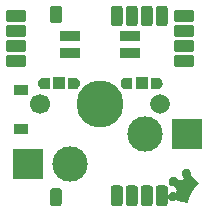
<source format=gbs>
G04 #@! TF.GenerationSoftware,KiCad,Pcbnew,5.1.5*
G04 #@! TF.CreationDate,2020-05-28T17:34:41+02:00*
G04 #@! TF.ProjectId,amoeba-king,616d6f65-6261-42d6-9b69-6e672e6b6963,rev?*
G04 #@! TF.SameCoordinates,Original*
G04 #@! TF.FileFunction,Soldermask,Bot*
G04 #@! TF.FilePolarity,Negative*
%FSLAX46Y46*%
G04 Gerber Fmt 4.6, Leading zero omitted, Abs format (unit mm)*
G04 Created by KiCad (PCBNEW 5.1.5) date 2020-05-28 17:34:41*
%MOMM*%
%LPD*%
G04 APERTURE LIST*
%ADD10C,0.131817*%
%ADD11R,1.000000X1.000000*%
%ADD12C,0.150000*%
%ADD13R,2.550000X2.500000*%
%ADD14C,3.980180*%
%ADD15C,3.000000*%
%ADD16C,1.700000*%
%ADD17C,1.660000*%
%ADD18R,1.200000X0.900000*%
%ADD19R,1.800000X0.820000*%
G04 APERTURE END LIST*
D10*
G36*
X81348833Y-175012413D02*
G01*
X81361795Y-174991752D01*
X81376030Y-174972388D01*
X81391450Y-174954343D01*
X81407970Y-174937639D01*
X81425503Y-174922301D01*
X81443962Y-174908352D01*
X81463263Y-174895815D01*
X81483317Y-174884712D01*
X81504040Y-174875068D01*
X81525344Y-174866904D01*
X81547143Y-174860244D01*
X81569352Y-174855112D01*
X81591883Y-174851530D01*
X81614652Y-174849521D01*
X81637572Y-174849109D01*
X81660554Y-174850317D01*
X81683516Y-174853168D01*
X81706368Y-174857684D01*
X81729026Y-174863889D01*
X81751404Y-174871807D01*
X81773414Y-174881460D01*
X81794970Y-174892871D01*
X81816969Y-174906792D01*
X81837678Y-174922329D01*
X81857019Y-174939390D01*
X81874915Y-174957880D01*
X81891288Y-174977707D01*
X81906062Y-174998777D01*
X81919159Y-175020995D01*
X81930500Y-175044269D01*
X81940009Y-175068503D01*
X81966115Y-175076954D01*
X81992307Y-175085393D01*
X82018541Y-175093725D01*
X82044774Y-175101857D01*
X82070960Y-175109693D01*
X82097056Y-175117138D01*
X82123016Y-175124099D01*
X82148797Y-175130481D01*
X82174354Y-175136189D01*
X82199644Y-175141129D01*
X82224621Y-175145207D01*
X82249241Y-175148329D01*
X82273461Y-175150397D01*
X82297235Y-175151319D01*
X82320519Y-175151002D01*
X82343271Y-175149349D01*
X82365443Y-175146266D01*
X82386993Y-175141659D01*
X82407876Y-175135433D01*
X82428048Y-175127495D01*
X82447464Y-175117748D01*
X82466081Y-175106099D01*
X82493067Y-175082022D01*
X82515974Y-175058394D01*
X82535094Y-175035226D01*
X82550718Y-175012527D01*
X82563139Y-174990308D01*
X82572646Y-174968579D01*
X82579533Y-174947350D01*
X82584090Y-174926632D01*
X82586608Y-174906433D01*
X82587380Y-174886765D01*
X82586697Y-174867637D01*
X82584849Y-174849060D01*
X82582128Y-174831043D01*
X82578829Y-174813597D01*
X82575239Y-174796732D01*
X82571650Y-174780458D01*
X82568357Y-174764784D01*
X82565647Y-174749722D01*
X82563815Y-174735281D01*
X82542879Y-174722039D01*
X82523396Y-174707385D01*
X82505393Y-174691423D01*
X82488898Y-174674263D01*
X82473941Y-174656008D01*
X82460548Y-174636764D01*
X82448750Y-174616639D01*
X82438574Y-174595738D01*
X82430049Y-174574167D01*
X82423203Y-174552033D01*
X82418064Y-174529441D01*
X82414662Y-174506497D01*
X82413024Y-174483308D01*
X82413179Y-174459980D01*
X82415156Y-174436619D01*
X82418981Y-174413330D01*
X82424685Y-174390221D01*
X82432297Y-174367397D01*
X82441842Y-174344964D01*
X82453352Y-174323029D01*
X82466594Y-174302093D01*
X82481249Y-174282610D01*
X82497209Y-174264606D01*
X82514370Y-174248112D01*
X82532626Y-174233154D01*
X82551869Y-174219762D01*
X82571994Y-174207964D01*
X82592896Y-174197787D01*
X82614466Y-174189262D01*
X82636601Y-174182416D01*
X82659193Y-174177278D01*
X82682136Y-174173876D01*
X82705325Y-174172238D01*
X82728653Y-174172393D01*
X82752015Y-174174369D01*
X82775303Y-174178195D01*
X82798412Y-174183899D01*
X82821236Y-174191510D01*
X82843669Y-174201056D01*
X82865605Y-174212566D01*
X82886540Y-174225807D01*
X82906024Y-174240462D01*
X82924027Y-174256423D01*
X82940521Y-174273584D01*
X82955479Y-174291839D01*
X82968871Y-174311083D01*
X82980669Y-174331208D01*
X82990845Y-174352109D01*
X82999371Y-174373680D01*
X83006217Y-174395814D01*
X83011355Y-174418406D01*
X83014758Y-174441349D01*
X83016395Y-174464539D01*
X83016240Y-174487867D01*
X83014264Y-174511228D01*
X83010438Y-174534517D01*
X83004734Y-174557626D01*
X82997123Y-174580450D01*
X82987577Y-174602883D01*
X82976067Y-174624819D01*
X82996153Y-174654020D01*
X83013302Y-174677368D01*
X83027981Y-174695783D01*
X83040661Y-174710183D01*
X83051808Y-174721488D01*
X83061891Y-174730616D01*
X83071380Y-174738485D01*
X83080740Y-174746015D01*
X83090440Y-174754125D01*
X83100952Y-174763733D01*
X83112740Y-174775758D01*
X83126273Y-174791118D01*
X83142021Y-174810734D01*
X83161789Y-174827711D01*
X83181955Y-174845431D01*
X83202466Y-174863817D01*
X83223268Y-174882792D01*
X83244311Y-174902278D01*
X83265539Y-174922194D01*
X83286900Y-174942464D01*
X83308342Y-174963011D01*
X83329811Y-174983755D01*
X83351255Y-175004618D01*
X83372621Y-175025521D01*
X83393856Y-175046388D01*
X83414906Y-175067140D01*
X83435720Y-175087698D01*
X83456245Y-175107985D01*
X83476426Y-175127922D01*
X83496213Y-175147431D01*
X83515551Y-175166434D01*
X83534387Y-175184853D01*
X83552670Y-175202609D01*
X83570346Y-175219625D01*
X83587362Y-175235822D01*
X83603665Y-175251121D01*
X83619203Y-175265446D01*
X83633922Y-175278718D01*
X83647770Y-175290857D01*
X83660693Y-175301788D01*
X83672641Y-175311431D01*
X83683557Y-175319708D01*
X83664630Y-175337394D01*
X83645991Y-175354763D01*
X83627626Y-175371857D01*
X83609526Y-175388714D01*
X83591677Y-175405372D01*
X83574066Y-175421869D01*
X83556682Y-175438245D01*
X83539512Y-175454540D01*
X83522544Y-175470792D01*
X83505766Y-175487038D01*
X83489165Y-175503319D01*
X83472731Y-175519674D01*
X83456448Y-175536141D01*
X83440308Y-175552759D01*
X83424295Y-175569566D01*
X83408399Y-175586603D01*
X83392607Y-175603906D01*
X83376908Y-175621517D01*
X83361287Y-175639472D01*
X83345734Y-175657813D01*
X83330236Y-175676576D01*
X83314783Y-175695801D01*
X83299358Y-175715526D01*
X83283954Y-175735792D01*
X83268555Y-175756636D01*
X83253149Y-175778097D01*
X83237726Y-175800214D01*
X83222273Y-175823027D01*
X83206776Y-175846573D01*
X83191225Y-175870893D01*
X83175606Y-175896023D01*
X83159908Y-175922005D01*
X83144120Y-175948876D01*
X83128226Y-175976675D01*
X83112217Y-176005442D01*
X83096645Y-176033036D01*
X83081599Y-176060214D01*
X83067065Y-176086995D01*
X83053028Y-176113397D01*
X83039476Y-176139436D01*
X83026393Y-176165134D01*
X83013769Y-176190507D01*
X83001588Y-176215575D01*
X82989838Y-176240357D01*
X82978504Y-176264870D01*
X82967574Y-176289132D01*
X82957033Y-176313164D01*
X82946869Y-176336983D01*
X82937066Y-176360607D01*
X82927614Y-176384055D01*
X82918497Y-176407346D01*
X82909702Y-176430498D01*
X82901217Y-176453529D01*
X82893026Y-176476459D01*
X82885116Y-176499305D01*
X82877476Y-176522086D01*
X82870089Y-176544822D01*
X82862944Y-176567529D01*
X82856026Y-176590227D01*
X82849322Y-176612934D01*
X82842820Y-176635669D01*
X82836504Y-176658450D01*
X82830361Y-176681295D01*
X82824380Y-176704223D01*
X82818544Y-176727254D01*
X82812842Y-176750404D01*
X82807258Y-176773693D01*
X82801781Y-176797139D01*
X82796397Y-176820762D01*
X82791092Y-176844578D01*
X82785851Y-176868607D01*
X82780663Y-176892867D01*
X82767120Y-176887968D01*
X82751867Y-176883129D01*
X82735003Y-176878334D01*
X82716630Y-176873570D01*
X82696848Y-176868820D01*
X82675756Y-176864069D01*
X82653457Y-176859300D01*
X82630050Y-176854501D01*
X82605635Y-176849654D01*
X82580314Y-176844743D01*
X82554186Y-176839756D01*
X82527352Y-176834674D01*
X82499912Y-176829484D01*
X82471967Y-176824170D01*
X82443618Y-176818715D01*
X82414965Y-176813107D01*
X82386107Y-176807327D01*
X82357147Y-176801363D01*
X82328182Y-176795197D01*
X82299317Y-176788813D01*
X82270648Y-176782199D01*
X82242279Y-176775337D01*
X82214308Y-176768212D01*
X82186837Y-176760810D01*
X82159965Y-176753114D01*
X82133794Y-176745109D01*
X82108424Y-176736780D01*
X82083953Y-176728111D01*
X82052518Y-176718181D01*
X82023143Y-176709383D01*
X81995718Y-176701666D01*
X81970137Y-176694977D01*
X81946291Y-176689268D01*
X81924072Y-176684487D01*
X81903370Y-176680583D01*
X81884080Y-176677506D01*
X81866091Y-176675204D01*
X81849297Y-176673626D01*
X81833588Y-176672723D01*
X81818857Y-176672443D01*
X81804993Y-176672734D01*
X81791892Y-176673547D01*
X81779444Y-176674830D01*
X81767539Y-176676533D01*
X81756070Y-176678605D01*
X81744930Y-176680994D01*
X81734009Y-176683651D01*
X81723200Y-176686524D01*
X81712394Y-176689561D01*
X81701484Y-176692714D01*
X81690360Y-176695930D01*
X81678914Y-176699159D01*
X81667038Y-176702349D01*
X81654625Y-176705451D01*
X81641566Y-176708413D01*
X81627752Y-176711185D01*
X81613076Y-176713715D01*
X81597429Y-176715952D01*
X81580702Y-176717846D01*
X81562789Y-176719347D01*
X81543579Y-176720403D01*
X81522966Y-176720962D01*
X81500841Y-176720975D01*
X81477096Y-176720391D01*
X81451623Y-176719159D01*
X81424312Y-176717226D01*
X81403377Y-176703985D01*
X81383893Y-176689330D01*
X81365889Y-176673369D01*
X81349395Y-176656208D01*
X81334438Y-176637953D01*
X81321045Y-176618709D01*
X81309247Y-176598584D01*
X81299072Y-176577683D01*
X81290546Y-176556112D01*
X81283700Y-176533978D01*
X81278561Y-176511386D01*
X81275159Y-176488443D01*
X81273521Y-176465253D01*
X81273676Y-176441925D01*
X81275652Y-176418564D01*
X81279478Y-176395275D01*
X81285183Y-176372167D01*
X81292794Y-176349342D01*
X81302339Y-176326909D01*
X81313849Y-176304973D01*
X81327091Y-176284038D01*
X81341746Y-176264555D01*
X81357707Y-176246551D01*
X81374867Y-176230057D01*
X81393123Y-176215099D01*
X81412366Y-176201707D01*
X81432491Y-176189909D01*
X81453392Y-176179733D01*
X81474963Y-176171207D01*
X81497098Y-176164361D01*
X81519690Y-176159223D01*
X81542634Y-176155821D01*
X81565822Y-176154183D01*
X81589150Y-176154338D01*
X81612512Y-176156314D01*
X81635800Y-176160140D01*
X81658909Y-176165845D01*
X81681733Y-176173455D01*
X81704167Y-176183001D01*
X81726102Y-176194511D01*
X81747993Y-176205885D01*
X81768557Y-176213579D01*
X81787861Y-176217816D01*
X81805976Y-176218824D01*
X81822968Y-176216827D01*
X81838907Y-176212049D01*
X81853860Y-176204717D01*
X81867895Y-176195055D01*
X81881082Y-176183291D01*
X81893489Y-176169647D01*
X81905184Y-176154350D01*
X81916233Y-176137625D01*
X81926709Y-176119697D01*
X81936677Y-176100792D01*
X81946206Y-176081134D01*
X81955366Y-176060950D01*
X81964222Y-176040464D01*
X81972845Y-176019902D01*
X81981303Y-175999488D01*
X81989664Y-175979450D01*
X81997996Y-175960010D01*
X82006368Y-175941396D01*
X82014848Y-175923832D01*
X82014962Y-175902511D01*
X82013111Y-175881528D01*
X82009397Y-175860867D01*
X82003913Y-175840518D01*
X81996757Y-175820468D01*
X81988027Y-175800703D01*
X81977819Y-175781212D01*
X81966229Y-175761980D01*
X81953355Y-175742996D01*
X81939295Y-175724247D01*
X81924144Y-175705719D01*
X81907999Y-175687401D01*
X81890958Y-175669280D01*
X81873116Y-175651342D01*
X81854573Y-175633576D01*
X81835423Y-175615968D01*
X81815764Y-175598506D01*
X81795693Y-175581178D01*
X81775307Y-175563969D01*
X81754703Y-175546868D01*
X81733977Y-175529863D01*
X81713227Y-175512939D01*
X81692549Y-175496085D01*
X81666864Y-175499960D01*
X81641096Y-175501778D01*
X81615363Y-175501557D01*
X81589785Y-175499318D01*
X81564480Y-175495082D01*
X81539567Y-175488867D01*
X81515166Y-175480694D01*
X81491396Y-175470581D01*
X81468375Y-175458551D01*
X81447714Y-175445588D01*
X81428349Y-175431354D01*
X81410304Y-175415933D01*
X81393601Y-175399413D01*
X81378263Y-175381881D01*
X81364313Y-175363420D01*
X81351776Y-175344121D01*
X81340674Y-175324066D01*
X81331028Y-175303344D01*
X81322865Y-175282040D01*
X81316205Y-175260240D01*
X81311073Y-175238031D01*
X81307491Y-175215500D01*
X81305482Y-175192731D01*
X81305070Y-175169812D01*
X81306278Y-175146829D01*
X81309128Y-175123868D01*
X81313645Y-175101015D01*
X81319850Y-175078358D01*
X81327768Y-175055981D01*
X81337421Y-175033970D01*
X81348833Y-175012414D01*
X81348833Y-175012413D01*
G37*
X81348833Y-175012413D02*
X81361795Y-174991752D01*
X81376030Y-174972388D01*
X81391450Y-174954343D01*
X81407970Y-174937639D01*
X81425503Y-174922301D01*
X81443962Y-174908352D01*
X81463263Y-174895815D01*
X81483317Y-174884712D01*
X81504040Y-174875068D01*
X81525344Y-174866904D01*
X81547143Y-174860244D01*
X81569352Y-174855112D01*
X81591883Y-174851530D01*
X81614652Y-174849521D01*
X81637572Y-174849109D01*
X81660554Y-174850317D01*
X81683516Y-174853168D01*
X81706368Y-174857684D01*
X81729026Y-174863889D01*
X81751404Y-174871807D01*
X81773414Y-174881460D01*
X81794970Y-174892871D01*
X81816969Y-174906792D01*
X81837678Y-174922329D01*
X81857019Y-174939390D01*
X81874915Y-174957880D01*
X81891288Y-174977707D01*
X81906062Y-174998777D01*
X81919159Y-175020995D01*
X81930500Y-175044269D01*
X81940009Y-175068503D01*
X81966115Y-175076954D01*
X81992307Y-175085393D01*
X82018541Y-175093725D01*
X82044774Y-175101857D01*
X82070960Y-175109693D01*
X82097056Y-175117138D01*
X82123016Y-175124099D01*
X82148797Y-175130481D01*
X82174354Y-175136189D01*
X82199644Y-175141129D01*
X82224621Y-175145207D01*
X82249241Y-175148329D01*
X82273461Y-175150397D01*
X82297235Y-175151319D01*
X82320519Y-175151002D01*
X82343271Y-175149349D01*
X82365443Y-175146266D01*
X82386993Y-175141659D01*
X82407876Y-175135433D01*
X82428048Y-175127495D01*
X82447464Y-175117748D01*
X82466081Y-175106099D01*
X82493067Y-175082022D01*
X82515974Y-175058394D01*
X82535094Y-175035226D01*
X82550718Y-175012527D01*
X82563139Y-174990308D01*
X82572646Y-174968579D01*
X82579533Y-174947350D01*
X82584090Y-174926632D01*
X82586608Y-174906433D01*
X82587380Y-174886765D01*
X82586697Y-174867637D01*
X82584849Y-174849060D01*
X82582128Y-174831043D01*
X82578829Y-174813597D01*
X82575239Y-174796732D01*
X82571650Y-174780458D01*
X82568357Y-174764784D01*
X82565647Y-174749722D01*
X82563815Y-174735281D01*
X82542879Y-174722039D01*
X82523396Y-174707385D01*
X82505393Y-174691423D01*
X82488898Y-174674263D01*
X82473941Y-174656008D01*
X82460548Y-174636764D01*
X82448750Y-174616639D01*
X82438574Y-174595738D01*
X82430049Y-174574167D01*
X82423203Y-174552033D01*
X82418064Y-174529441D01*
X82414662Y-174506497D01*
X82413024Y-174483308D01*
X82413179Y-174459980D01*
X82415156Y-174436619D01*
X82418981Y-174413330D01*
X82424685Y-174390221D01*
X82432297Y-174367397D01*
X82441842Y-174344964D01*
X82453352Y-174323029D01*
X82466594Y-174302093D01*
X82481249Y-174282610D01*
X82497209Y-174264606D01*
X82514370Y-174248112D01*
X82532626Y-174233154D01*
X82551869Y-174219762D01*
X82571994Y-174207964D01*
X82592896Y-174197787D01*
X82614466Y-174189262D01*
X82636601Y-174182416D01*
X82659193Y-174177278D01*
X82682136Y-174173876D01*
X82705325Y-174172238D01*
X82728653Y-174172393D01*
X82752015Y-174174369D01*
X82775303Y-174178195D01*
X82798412Y-174183899D01*
X82821236Y-174191510D01*
X82843669Y-174201056D01*
X82865605Y-174212566D01*
X82886540Y-174225807D01*
X82906024Y-174240462D01*
X82924027Y-174256423D01*
X82940521Y-174273584D01*
X82955479Y-174291839D01*
X82968871Y-174311083D01*
X82980669Y-174331208D01*
X82990845Y-174352109D01*
X82999371Y-174373680D01*
X83006217Y-174395814D01*
X83011355Y-174418406D01*
X83014758Y-174441349D01*
X83016395Y-174464539D01*
X83016240Y-174487867D01*
X83014264Y-174511228D01*
X83010438Y-174534517D01*
X83004734Y-174557626D01*
X82997123Y-174580450D01*
X82987577Y-174602883D01*
X82976067Y-174624819D01*
X82996153Y-174654020D01*
X83013302Y-174677368D01*
X83027981Y-174695783D01*
X83040661Y-174710183D01*
X83051808Y-174721488D01*
X83061891Y-174730616D01*
X83071380Y-174738485D01*
X83080740Y-174746015D01*
X83090440Y-174754125D01*
X83100952Y-174763733D01*
X83112740Y-174775758D01*
X83126273Y-174791118D01*
X83142021Y-174810734D01*
X83161789Y-174827711D01*
X83181955Y-174845431D01*
X83202466Y-174863817D01*
X83223268Y-174882792D01*
X83244311Y-174902278D01*
X83265539Y-174922194D01*
X83286900Y-174942464D01*
X83308342Y-174963011D01*
X83329811Y-174983755D01*
X83351255Y-175004618D01*
X83372621Y-175025521D01*
X83393856Y-175046388D01*
X83414906Y-175067140D01*
X83435720Y-175087698D01*
X83456245Y-175107985D01*
X83476426Y-175127922D01*
X83496213Y-175147431D01*
X83515551Y-175166434D01*
X83534387Y-175184853D01*
X83552670Y-175202609D01*
X83570346Y-175219625D01*
X83587362Y-175235822D01*
X83603665Y-175251121D01*
X83619203Y-175265446D01*
X83633922Y-175278718D01*
X83647770Y-175290857D01*
X83660693Y-175301788D01*
X83672641Y-175311431D01*
X83683557Y-175319708D01*
X83664630Y-175337394D01*
X83645991Y-175354763D01*
X83627626Y-175371857D01*
X83609526Y-175388714D01*
X83591677Y-175405372D01*
X83574066Y-175421869D01*
X83556682Y-175438245D01*
X83539512Y-175454540D01*
X83522544Y-175470792D01*
X83505766Y-175487038D01*
X83489165Y-175503319D01*
X83472731Y-175519674D01*
X83456448Y-175536141D01*
X83440308Y-175552759D01*
X83424295Y-175569566D01*
X83408399Y-175586603D01*
X83392607Y-175603906D01*
X83376908Y-175621517D01*
X83361287Y-175639472D01*
X83345734Y-175657813D01*
X83330236Y-175676576D01*
X83314783Y-175695801D01*
X83299358Y-175715526D01*
X83283954Y-175735792D01*
X83268555Y-175756636D01*
X83253149Y-175778097D01*
X83237726Y-175800214D01*
X83222273Y-175823027D01*
X83206776Y-175846573D01*
X83191225Y-175870893D01*
X83175606Y-175896023D01*
X83159908Y-175922005D01*
X83144120Y-175948876D01*
X83128226Y-175976675D01*
X83112217Y-176005442D01*
X83096645Y-176033036D01*
X83081599Y-176060214D01*
X83067065Y-176086995D01*
X83053028Y-176113397D01*
X83039476Y-176139436D01*
X83026393Y-176165134D01*
X83013769Y-176190507D01*
X83001588Y-176215575D01*
X82989838Y-176240357D01*
X82978504Y-176264870D01*
X82967574Y-176289132D01*
X82957033Y-176313164D01*
X82946869Y-176336983D01*
X82937066Y-176360607D01*
X82927614Y-176384055D01*
X82918497Y-176407346D01*
X82909702Y-176430498D01*
X82901217Y-176453529D01*
X82893026Y-176476459D01*
X82885116Y-176499305D01*
X82877476Y-176522086D01*
X82870089Y-176544822D01*
X82862944Y-176567529D01*
X82856026Y-176590227D01*
X82849322Y-176612934D01*
X82842820Y-176635669D01*
X82836504Y-176658450D01*
X82830361Y-176681295D01*
X82824380Y-176704223D01*
X82818544Y-176727254D01*
X82812842Y-176750404D01*
X82807258Y-176773693D01*
X82801781Y-176797139D01*
X82796397Y-176820762D01*
X82791092Y-176844578D01*
X82785851Y-176868607D01*
X82780663Y-176892867D01*
X82767120Y-176887968D01*
X82751867Y-176883129D01*
X82735003Y-176878334D01*
X82716630Y-176873570D01*
X82696848Y-176868820D01*
X82675756Y-176864069D01*
X82653457Y-176859300D01*
X82630050Y-176854501D01*
X82605635Y-176849654D01*
X82580314Y-176844743D01*
X82554186Y-176839756D01*
X82527352Y-176834674D01*
X82499912Y-176829484D01*
X82471967Y-176824170D01*
X82443618Y-176818715D01*
X82414965Y-176813107D01*
X82386107Y-176807327D01*
X82357147Y-176801363D01*
X82328182Y-176795197D01*
X82299317Y-176788813D01*
X82270648Y-176782199D01*
X82242279Y-176775337D01*
X82214308Y-176768212D01*
X82186837Y-176760810D01*
X82159965Y-176753114D01*
X82133794Y-176745109D01*
X82108424Y-176736780D01*
X82083953Y-176728111D01*
X82052518Y-176718181D01*
X82023143Y-176709383D01*
X81995718Y-176701666D01*
X81970137Y-176694977D01*
X81946291Y-176689268D01*
X81924072Y-176684487D01*
X81903370Y-176680583D01*
X81884080Y-176677506D01*
X81866091Y-176675204D01*
X81849297Y-176673626D01*
X81833588Y-176672723D01*
X81818857Y-176672443D01*
X81804993Y-176672734D01*
X81791892Y-176673547D01*
X81779444Y-176674830D01*
X81767539Y-176676533D01*
X81756070Y-176678605D01*
X81744930Y-176680994D01*
X81734009Y-176683651D01*
X81723200Y-176686524D01*
X81712394Y-176689561D01*
X81701484Y-176692714D01*
X81690360Y-176695930D01*
X81678914Y-176699159D01*
X81667038Y-176702349D01*
X81654625Y-176705451D01*
X81641566Y-176708413D01*
X81627752Y-176711185D01*
X81613076Y-176713715D01*
X81597429Y-176715952D01*
X81580702Y-176717846D01*
X81562789Y-176719347D01*
X81543579Y-176720403D01*
X81522966Y-176720962D01*
X81500841Y-176720975D01*
X81477096Y-176720391D01*
X81451623Y-176719159D01*
X81424312Y-176717226D01*
X81403377Y-176703985D01*
X81383893Y-176689330D01*
X81365889Y-176673369D01*
X81349395Y-176656208D01*
X81334438Y-176637953D01*
X81321045Y-176618709D01*
X81309247Y-176598584D01*
X81299072Y-176577683D01*
X81290546Y-176556112D01*
X81283700Y-176533978D01*
X81278561Y-176511386D01*
X81275159Y-176488443D01*
X81273521Y-176465253D01*
X81273676Y-176441925D01*
X81275652Y-176418564D01*
X81279478Y-176395275D01*
X81285183Y-176372167D01*
X81292794Y-176349342D01*
X81302339Y-176326909D01*
X81313849Y-176304973D01*
X81327091Y-176284038D01*
X81341746Y-176264555D01*
X81357707Y-176246551D01*
X81374867Y-176230057D01*
X81393123Y-176215099D01*
X81412366Y-176201707D01*
X81432491Y-176189909D01*
X81453392Y-176179733D01*
X81474963Y-176171207D01*
X81497098Y-176164361D01*
X81519690Y-176159223D01*
X81542634Y-176155821D01*
X81565822Y-176154183D01*
X81589150Y-176154338D01*
X81612512Y-176156314D01*
X81635800Y-176160140D01*
X81658909Y-176165845D01*
X81681733Y-176173455D01*
X81704167Y-176183001D01*
X81726102Y-176194511D01*
X81747993Y-176205885D01*
X81768557Y-176213579D01*
X81787861Y-176217816D01*
X81805976Y-176218824D01*
X81822968Y-176216827D01*
X81838907Y-176212049D01*
X81853860Y-176204717D01*
X81867895Y-176195055D01*
X81881082Y-176183291D01*
X81893489Y-176169647D01*
X81905184Y-176154350D01*
X81916233Y-176137625D01*
X81926709Y-176119697D01*
X81936677Y-176100792D01*
X81946206Y-176081134D01*
X81955366Y-176060950D01*
X81964222Y-176040464D01*
X81972845Y-176019902D01*
X81981303Y-175999488D01*
X81989664Y-175979450D01*
X81997996Y-175960010D01*
X82006368Y-175941396D01*
X82014848Y-175923832D01*
X82014962Y-175902511D01*
X82013111Y-175881528D01*
X82009397Y-175860867D01*
X82003913Y-175840518D01*
X81996757Y-175820468D01*
X81988027Y-175800703D01*
X81977819Y-175781212D01*
X81966229Y-175761980D01*
X81953355Y-175742996D01*
X81939295Y-175724247D01*
X81924144Y-175705719D01*
X81907999Y-175687401D01*
X81890958Y-175669280D01*
X81873116Y-175651342D01*
X81854573Y-175633576D01*
X81835423Y-175615968D01*
X81815764Y-175598506D01*
X81795693Y-175581178D01*
X81775307Y-175563969D01*
X81754703Y-175546868D01*
X81733977Y-175529863D01*
X81713227Y-175512939D01*
X81692549Y-175496085D01*
X81666864Y-175499960D01*
X81641096Y-175501778D01*
X81615363Y-175501557D01*
X81589785Y-175499318D01*
X81564480Y-175495082D01*
X81539567Y-175488867D01*
X81515166Y-175480694D01*
X81491396Y-175470581D01*
X81468375Y-175458551D01*
X81447714Y-175445588D01*
X81428349Y-175431354D01*
X81410304Y-175415933D01*
X81393601Y-175399413D01*
X81378263Y-175381881D01*
X81364313Y-175363420D01*
X81351776Y-175344121D01*
X81340674Y-175324066D01*
X81331028Y-175303344D01*
X81322865Y-175282040D01*
X81316205Y-175260240D01*
X81311073Y-175238031D01*
X81307491Y-175215500D01*
X81305482Y-175192731D01*
X81305070Y-175169812D01*
X81306278Y-175146829D01*
X81309128Y-175123868D01*
X81313645Y-175101015D01*
X81319850Y-175078358D01*
X81327768Y-175055981D01*
X81337421Y-175033970D01*
X81348833Y-175012414D01*
X81348833Y-175012413D01*
D11*
X71947400Y-166878000D03*
D12*
G36*
X73227400Y-166378602D02*
G01*
X73251934Y-166378602D01*
X73300765Y-166383412D01*
X73348890Y-166392984D01*
X73395845Y-166407228D01*
X73441178Y-166426005D01*
X73484451Y-166449136D01*
X73525250Y-166476396D01*
X73563179Y-166507524D01*
X73597876Y-166542221D01*
X73629004Y-166580150D01*
X73656264Y-166620949D01*
X73679395Y-166664222D01*
X73698172Y-166709555D01*
X73712416Y-166756510D01*
X73721988Y-166804635D01*
X73726798Y-166853466D01*
X73726798Y-166902534D01*
X73721988Y-166951365D01*
X73712416Y-166999490D01*
X73698172Y-167046445D01*
X73679395Y-167091778D01*
X73656264Y-167135051D01*
X73629004Y-167175850D01*
X73597876Y-167213779D01*
X73563179Y-167248476D01*
X73525250Y-167279604D01*
X73484451Y-167306864D01*
X73441178Y-167329995D01*
X73395845Y-167348772D01*
X73348890Y-167363016D01*
X73300765Y-167372588D01*
X73251934Y-167377398D01*
X73227400Y-167377398D01*
X73227400Y-167378000D01*
X72727400Y-167378000D01*
X72727400Y-166378000D01*
X73227400Y-166378000D01*
X73227400Y-166378602D01*
G37*
G36*
X71167400Y-167378000D02*
G01*
X70667400Y-167378000D01*
X70667400Y-167377398D01*
X70642866Y-167377398D01*
X70594035Y-167372588D01*
X70545910Y-167363016D01*
X70498955Y-167348772D01*
X70453622Y-167329995D01*
X70410349Y-167306864D01*
X70369550Y-167279604D01*
X70331621Y-167248476D01*
X70296924Y-167213779D01*
X70265796Y-167175850D01*
X70238536Y-167135051D01*
X70215405Y-167091778D01*
X70196628Y-167046445D01*
X70182384Y-166999490D01*
X70172812Y-166951365D01*
X70168002Y-166902534D01*
X70168002Y-166853466D01*
X70172812Y-166804635D01*
X70182384Y-166756510D01*
X70196628Y-166709555D01*
X70215405Y-166664222D01*
X70238536Y-166620949D01*
X70265796Y-166580150D01*
X70296924Y-166542221D01*
X70331621Y-166507524D01*
X70369550Y-166476396D01*
X70410349Y-166449136D01*
X70453622Y-166426005D01*
X70498955Y-166407228D01*
X70545910Y-166392984D01*
X70594035Y-166383412D01*
X70642866Y-166378602D01*
X70667400Y-166378602D01*
X70667400Y-166378000D01*
X71167400Y-166378000D01*
X71167400Y-167378000D01*
G37*
D11*
X78943200Y-166878000D03*
D12*
G36*
X80223200Y-166378602D02*
G01*
X80247734Y-166378602D01*
X80296565Y-166383412D01*
X80344690Y-166392984D01*
X80391645Y-166407228D01*
X80436978Y-166426005D01*
X80480251Y-166449136D01*
X80521050Y-166476396D01*
X80558979Y-166507524D01*
X80593676Y-166542221D01*
X80624804Y-166580150D01*
X80652064Y-166620949D01*
X80675195Y-166664222D01*
X80693972Y-166709555D01*
X80708216Y-166756510D01*
X80717788Y-166804635D01*
X80722598Y-166853466D01*
X80722598Y-166902534D01*
X80717788Y-166951365D01*
X80708216Y-166999490D01*
X80693972Y-167046445D01*
X80675195Y-167091778D01*
X80652064Y-167135051D01*
X80624804Y-167175850D01*
X80593676Y-167213779D01*
X80558979Y-167248476D01*
X80521050Y-167279604D01*
X80480251Y-167306864D01*
X80436978Y-167329995D01*
X80391645Y-167348772D01*
X80344690Y-167363016D01*
X80296565Y-167372588D01*
X80247734Y-167377398D01*
X80223200Y-167377398D01*
X80223200Y-167378000D01*
X79723200Y-167378000D01*
X79723200Y-166378000D01*
X80223200Y-166378000D01*
X80223200Y-166378602D01*
G37*
G36*
X78163200Y-167378000D02*
G01*
X77663200Y-167378000D01*
X77663200Y-167377398D01*
X77638666Y-167377398D01*
X77589835Y-167372588D01*
X77541710Y-167363016D01*
X77494755Y-167348772D01*
X77449422Y-167329995D01*
X77406149Y-167306864D01*
X77365350Y-167279604D01*
X77327421Y-167248476D01*
X77292724Y-167213779D01*
X77261596Y-167175850D01*
X77234336Y-167135051D01*
X77211205Y-167091778D01*
X77192428Y-167046445D01*
X77178184Y-166999490D01*
X77168612Y-166951365D01*
X77163802Y-166902534D01*
X77163802Y-166853466D01*
X77168612Y-166804635D01*
X77178184Y-166756510D01*
X77192428Y-166709555D01*
X77211205Y-166664222D01*
X77234336Y-166620949D01*
X77261596Y-166580150D01*
X77292724Y-166542221D01*
X77327421Y-166507524D01*
X77365350Y-166476396D01*
X77406149Y-166449136D01*
X77449422Y-166426005D01*
X77494755Y-166407228D01*
X77541710Y-166392984D01*
X77589835Y-166383412D01*
X77638666Y-166378602D01*
X77663200Y-166378602D01*
X77663200Y-166378000D01*
X78163200Y-166378000D01*
X78163200Y-167378000D01*
G37*
G36*
X68219504Y-160664204D02*
G01*
X68243773Y-160667804D01*
X68267571Y-160673765D01*
X68290671Y-160682030D01*
X68312849Y-160692520D01*
X68333893Y-160705133D01*
X68353598Y-160719747D01*
X68371777Y-160736223D01*
X68388253Y-160754402D01*
X68402867Y-160774107D01*
X68415480Y-160795151D01*
X68425970Y-160817329D01*
X68434235Y-160840429D01*
X68440196Y-160864227D01*
X68443796Y-160888496D01*
X68445000Y-160913000D01*
X68445000Y-161413000D01*
X68443796Y-161437504D01*
X68440196Y-161461773D01*
X68434235Y-161485571D01*
X68425970Y-161508671D01*
X68415480Y-161530849D01*
X68402867Y-161551893D01*
X68388253Y-161571598D01*
X68371777Y-161589777D01*
X68353598Y-161606253D01*
X68333893Y-161620867D01*
X68312849Y-161633480D01*
X68290671Y-161643970D01*
X68267571Y-161652235D01*
X68243773Y-161658196D01*
X68219504Y-161661796D01*
X68195000Y-161663000D01*
X67695000Y-161663000D01*
X67670496Y-161661796D01*
X67646227Y-161658196D01*
X67622429Y-161652235D01*
X67599329Y-161643970D01*
X67577151Y-161633480D01*
X67556107Y-161620867D01*
X67536402Y-161606253D01*
X67518223Y-161589777D01*
X67501747Y-161571598D01*
X67487133Y-161551893D01*
X67474520Y-161530849D01*
X67464030Y-161508671D01*
X67455765Y-161485571D01*
X67449804Y-161461773D01*
X67446204Y-161437504D01*
X67445000Y-161413000D01*
X67445000Y-160913000D01*
X67446204Y-160888496D01*
X67449804Y-160864227D01*
X67455765Y-160840429D01*
X67464030Y-160817329D01*
X67474520Y-160795151D01*
X67487133Y-160774107D01*
X67501747Y-160754402D01*
X67518223Y-160736223D01*
X67536402Y-160719747D01*
X67556107Y-160705133D01*
X67577151Y-160692520D01*
X67599329Y-160682030D01*
X67622429Y-160673765D01*
X67646227Y-160667804D01*
X67670496Y-160664204D01*
X67695000Y-160663000D01*
X68195000Y-160663000D01*
X68219504Y-160664204D01*
G37*
G36*
X68219504Y-161934204D02*
G01*
X68243773Y-161937804D01*
X68267571Y-161943765D01*
X68290671Y-161952030D01*
X68312849Y-161962520D01*
X68333893Y-161975133D01*
X68353598Y-161989747D01*
X68371777Y-162006223D01*
X68388253Y-162024402D01*
X68402867Y-162044107D01*
X68415480Y-162065151D01*
X68425970Y-162087329D01*
X68434235Y-162110429D01*
X68440196Y-162134227D01*
X68443796Y-162158496D01*
X68445000Y-162183000D01*
X68445000Y-162683000D01*
X68443796Y-162707504D01*
X68440196Y-162731773D01*
X68434235Y-162755571D01*
X68425970Y-162778671D01*
X68415480Y-162800849D01*
X68402867Y-162821893D01*
X68388253Y-162841598D01*
X68371777Y-162859777D01*
X68353598Y-162876253D01*
X68333893Y-162890867D01*
X68312849Y-162903480D01*
X68290671Y-162913970D01*
X68267571Y-162922235D01*
X68243773Y-162928196D01*
X68219504Y-162931796D01*
X68195000Y-162933000D01*
X67695000Y-162933000D01*
X67670496Y-162931796D01*
X67646227Y-162928196D01*
X67622429Y-162922235D01*
X67599329Y-162913970D01*
X67577151Y-162903480D01*
X67556107Y-162890867D01*
X67536402Y-162876253D01*
X67518223Y-162859777D01*
X67501747Y-162841598D01*
X67487133Y-162821893D01*
X67474520Y-162800849D01*
X67464030Y-162778671D01*
X67455765Y-162755571D01*
X67449804Y-162731773D01*
X67446204Y-162707504D01*
X67445000Y-162683000D01*
X67445000Y-162183000D01*
X67446204Y-162158496D01*
X67449804Y-162134227D01*
X67455765Y-162110429D01*
X67464030Y-162087329D01*
X67474520Y-162065151D01*
X67487133Y-162044107D01*
X67501747Y-162024402D01*
X67518223Y-162006223D01*
X67536402Y-161989747D01*
X67556107Y-161975133D01*
X67577151Y-161962520D01*
X67599329Y-161952030D01*
X67622429Y-161943765D01*
X67646227Y-161937804D01*
X67670496Y-161934204D01*
X67695000Y-161933000D01*
X68195000Y-161933000D01*
X68219504Y-161934204D01*
G37*
G36*
X68219504Y-163204204D02*
G01*
X68243773Y-163207804D01*
X68267571Y-163213765D01*
X68290671Y-163222030D01*
X68312849Y-163232520D01*
X68333893Y-163245133D01*
X68353598Y-163259747D01*
X68371777Y-163276223D01*
X68388253Y-163294402D01*
X68402867Y-163314107D01*
X68415480Y-163335151D01*
X68425970Y-163357329D01*
X68434235Y-163380429D01*
X68440196Y-163404227D01*
X68443796Y-163428496D01*
X68445000Y-163453000D01*
X68445000Y-163953000D01*
X68443796Y-163977504D01*
X68440196Y-164001773D01*
X68434235Y-164025571D01*
X68425970Y-164048671D01*
X68415480Y-164070849D01*
X68402867Y-164091893D01*
X68388253Y-164111598D01*
X68371777Y-164129777D01*
X68353598Y-164146253D01*
X68333893Y-164160867D01*
X68312849Y-164173480D01*
X68290671Y-164183970D01*
X68267571Y-164192235D01*
X68243773Y-164198196D01*
X68219504Y-164201796D01*
X68195000Y-164203000D01*
X67695000Y-164203000D01*
X67670496Y-164201796D01*
X67646227Y-164198196D01*
X67622429Y-164192235D01*
X67599329Y-164183970D01*
X67577151Y-164173480D01*
X67556107Y-164160867D01*
X67536402Y-164146253D01*
X67518223Y-164129777D01*
X67501747Y-164111598D01*
X67487133Y-164091893D01*
X67474520Y-164070849D01*
X67464030Y-164048671D01*
X67455765Y-164025571D01*
X67449804Y-164001773D01*
X67446204Y-163977504D01*
X67445000Y-163953000D01*
X67445000Y-163453000D01*
X67446204Y-163428496D01*
X67449804Y-163404227D01*
X67455765Y-163380429D01*
X67464030Y-163357329D01*
X67474520Y-163335151D01*
X67487133Y-163314107D01*
X67501747Y-163294402D01*
X67518223Y-163276223D01*
X67536402Y-163259747D01*
X67556107Y-163245133D01*
X67577151Y-163232520D01*
X67599329Y-163222030D01*
X67622429Y-163213765D01*
X67646227Y-163207804D01*
X67670496Y-163204204D01*
X67695000Y-163203000D01*
X68195000Y-163203000D01*
X68219504Y-163204204D01*
G37*
G36*
X68219504Y-164474204D02*
G01*
X68243773Y-164477804D01*
X68267571Y-164483765D01*
X68290671Y-164492030D01*
X68312849Y-164502520D01*
X68333893Y-164515133D01*
X68353598Y-164529747D01*
X68371777Y-164546223D01*
X68388253Y-164564402D01*
X68402867Y-164584107D01*
X68415480Y-164605151D01*
X68425970Y-164627329D01*
X68434235Y-164650429D01*
X68440196Y-164674227D01*
X68443796Y-164698496D01*
X68445000Y-164723000D01*
X68445000Y-165223000D01*
X68443796Y-165247504D01*
X68440196Y-165271773D01*
X68434235Y-165295571D01*
X68425970Y-165318671D01*
X68415480Y-165340849D01*
X68402867Y-165361893D01*
X68388253Y-165381598D01*
X68371777Y-165399777D01*
X68353598Y-165416253D01*
X68333893Y-165430867D01*
X68312849Y-165443480D01*
X68290671Y-165453970D01*
X68267571Y-165462235D01*
X68243773Y-165468196D01*
X68219504Y-165471796D01*
X68195000Y-165473000D01*
X67695000Y-165473000D01*
X67670496Y-165471796D01*
X67646227Y-165468196D01*
X67622429Y-165462235D01*
X67599329Y-165453970D01*
X67577151Y-165443480D01*
X67556107Y-165430867D01*
X67536402Y-165416253D01*
X67518223Y-165399777D01*
X67501747Y-165381598D01*
X67487133Y-165361893D01*
X67474520Y-165340849D01*
X67464030Y-165318671D01*
X67455765Y-165295571D01*
X67449804Y-165271773D01*
X67446204Y-165247504D01*
X67445000Y-165223000D01*
X67445000Y-164723000D01*
X67446204Y-164698496D01*
X67449804Y-164674227D01*
X67455765Y-164650429D01*
X67464030Y-164627329D01*
X67474520Y-164605151D01*
X67487133Y-164584107D01*
X67501747Y-164564402D01*
X67518223Y-164546223D01*
X67536402Y-164529747D01*
X67556107Y-164515133D01*
X67577151Y-164502520D01*
X67599329Y-164492030D01*
X67622429Y-164483765D01*
X67646227Y-164477804D01*
X67670496Y-164474204D01*
X67695000Y-164473000D01*
X68195000Y-164473000D01*
X68219504Y-164474204D01*
G37*
G36*
X68969504Y-160664204D02*
G01*
X68993773Y-160667804D01*
X69017571Y-160673765D01*
X69040671Y-160682030D01*
X69062849Y-160692520D01*
X69083893Y-160705133D01*
X69103598Y-160719747D01*
X69121777Y-160736223D01*
X69138253Y-160754402D01*
X69152867Y-160774107D01*
X69165480Y-160795151D01*
X69175970Y-160817329D01*
X69184235Y-160840429D01*
X69190196Y-160864227D01*
X69193796Y-160888496D01*
X69195000Y-160913000D01*
X69195000Y-161413000D01*
X69193796Y-161437504D01*
X69190196Y-161461773D01*
X69184235Y-161485571D01*
X69175970Y-161508671D01*
X69165480Y-161530849D01*
X69152867Y-161551893D01*
X69138253Y-161571598D01*
X69121777Y-161589777D01*
X69103598Y-161606253D01*
X69083893Y-161620867D01*
X69062849Y-161633480D01*
X69040671Y-161643970D01*
X69017571Y-161652235D01*
X68993773Y-161658196D01*
X68969504Y-161661796D01*
X68945000Y-161663000D01*
X67695000Y-161663000D01*
X67670496Y-161661796D01*
X67646227Y-161658196D01*
X67622429Y-161652235D01*
X67599329Y-161643970D01*
X67577151Y-161633480D01*
X67556107Y-161620867D01*
X67536402Y-161606253D01*
X67518223Y-161589777D01*
X67501747Y-161571598D01*
X67487133Y-161551893D01*
X67474520Y-161530849D01*
X67464030Y-161508671D01*
X67455765Y-161485571D01*
X67449804Y-161461773D01*
X67446204Y-161437504D01*
X67445000Y-161413000D01*
X67445000Y-160913000D01*
X67446204Y-160888496D01*
X67449804Y-160864227D01*
X67455765Y-160840429D01*
X67464030Y-160817329D01*
X67474520Y-160795151D01*
X67487133Y-160774107D01*
X67501747Y-160754402D01*
X67518223Y-160736223D01*
X67536402Y-160719747D01*
X67556107Y-160705133D01*
X67577151Y-160692520D01*
X67599329Y-160682030D01*
X67622429Y-160673765D01*
X67646227Y-160667804D01*
X67670496Y-160664204D01*
X67695000Y-160663000D01*
X68945000Y-160663000D01*
X68969504Y-160664204D01*
G37*
G36*
X68969504Y-161934204D02*
G01*
X68993773Y-161937804D01*
X69017571Y-161943765D01*
X69040671Y-161952030D01*
X69062849Y-161962520D01*
X69083893Y-161975133D01*
X69103598Y-161989747D01*
X69121777Y-162006223D01*
X69138253Y-162024402D01*
X69152867Y-162044107D01*
X69165480Y-162065151D01*
X69175970Y-162087329D01*
X69184235Y-162110429D01*
X69190196Y-162134227D01*
X69193796Y-162158496D01*
X69195000Y-162183000D01*
X69195000Y-162683000D01*
X69193796Y-162707504D01*
X69190196Y-162731773D01*
X69184235Y-162755571D01*
X69175970Y-162778671D01*
X69165480Y-162800849D01*
X69152867Y-162821893D01*
X69138253Y-162841598D01*
X69121777Y-162859777D01*
X69103598Y-162876253D01*
X69083893Y-162890867D01*
X69062849Y-162903480D01*
X69040671Y-162913970D01*
X69017571Y-162922235D01*
X68993773Y-162928196D01*
X68969504Y-162931796D01*
X68945000Y-162933000D01*
X67695000Y-162933000D01*
X67670496Y-162931796D01*
X67646227Y-162928196D01*
X67622429Y-162922235D01*
X67599329Y-162913970D01*
X67577151Y-162903480D01*
X67556107Y-162890867D01*
X67536402Y-162876253D01*
X67518223Y-162859777D01*
X67501747Y-162841598D01*
X67487133Y-162821893D01*
X67474520Y-162800849D01*
X67464030Y-162778671D01*
X67455765Y-162755571D01*
X67449804Y-162731773D01*
X67446204Y-162707504D01*
X67445000Y-162683000D01*
X67445000Y-162183000D01*
X67446204Y-162158496D01*
X67449804Y-162134227D01*
X67455765Y-162110429D01*
X67464030Y-162087329D01*
X67474520Y-162065151D01*
X67487133Y-162044107D01*
X67501747Y-162024402D01*
X67518223Y-162006223D01*
X67536402Y-161989747D01*
X67556107Y-161975133D01*
X67577151Y-161962520D01*
X67599329Y-161952030D01*
X67622429Y-161943765D01*
X67646227Y-161937804D01*
X67670496Y-161934204D01*
X67695000Y-161933000D01*
X68945000Y-161933000D01*
X68969504Y-161934204D01*
G37*
G36*
X68969504Y-163204204D02*
G01*
X68993773Y-163207804D01*
X69017571Y-163213765D01*
X69040671Y-163222030D01*
X69062849Y-163232520D01*
X69083893Y-163245133D01*
X69103598Y-163259747D01*
X69121777Y-163276223D01*
X69138253Y-163294402D01*
X69152867Y-163314107D01*
X69165480Y-163335151D01*
X69175970Y-163357329D01*
X69184235Y-163380429D01*
X69190196Y-163404227D01*
X69193796Y-163428496D01*
X69195000Y-163453000D01*
X69195000Y-163953000D01*
X69193796Y-163977504D01*
X69190196Y-164001773D01*
X69184235Y-164025571D01*
X69175970Y-164048671D01*
X69165480Y-164070849D01*
X69152867Y-164091893D01*
X69138253Y-164111598D01*
X69121777Y-164129777D01*
X69103598Y-164146253D01*
X69083893Y-164160867D01*
X69062849Y-164173480D01*
X69040671Y-164183970D01*
X69017571Y-164192235D01*
X68993773Y-164198196D01*
X68969504Y-164201796D01*
X68945000Y-164203000D01*
X67695000Y-164203000D01*
X67670496Y-164201796D01*
X67646227Y-164198196D01*
X67622429Y-164192235D01*
X67599329Y-164183970D01*
X67577151Y-164173480D01*
X67556107Y-164160867D01*
X67536402Y-164146253D01*
X67518223Y-164129777D01*
X67501747Y-164111598D01*
X67487133Y-164091893D01*
X67474520Y-164070849D01*
X67464030Y-164048671D01*
X67455765Y-164025571D01*
X67449804Y-164001773D01*
X67446204Y-163977504D01*
X67445000Y-163953000D01*
X67445000Y-163453000D01*
X67446204Y-163428496D01*
X67449804Y-163404227D01*
X67455765Y-163380429D01*
X67464030Y-163357329D01*
X67474520Y-163335151D01*
X67487133Y-163314107D01*
X67501747Y-163294402D01*
X67518223Y-163276223D01*
X67536402Y-163259747D01*
X67556107Y-163245133D01*
X67577151Y-163232520D01*
X67599329Y-163222030D01*
X67622429Y-163213765D01*
X67646227Y-163207804D01*
X67670496Y-163204204D01*
X67695000Y-163203000D01*
X68945000Y-163203000D01*
X68969504Y-163204204D01*
G37*
G36*
X68969504Y-164474204D02*
G01*
X68993773Y-164477804D01*
X69017571Y-164483765D01*
X69040671Y-164492030D01*
X69062849Y-164502520D01*
X69083893Y-164515133D01*
X69103598Y-164529747D01*
X69121777Y-164546223D01*
X69138253Y-164564402D01*
X69152867Y-164584107D01*
X69165480Y-164605151D01*
X69175970Y-164627329D01*
X69184235Y-164650429D01*
X69190196Y-164674227D01*
X69193796Y-164698496D01*
X69195000Y-164723000D01*
X69195000Y-165223000D01*
X69193796Y-165247504D01*
X69190196Y-165271773D01*
X69184235Y-165295571D01*
X69175970Y-165318671D01*
X69165480Y-165340849D01*
X69152867Y-165361893D01*
X69138253Y-165381598D01*
X69121777Y-165399777D01*
X69103598Y-165416253D01*
X69083893Y-165430867D01*
X69062849Y-165443480D01*
X69040671Y-165453970D01*
X69017571Y-165462235D01*
X68993773Y-165468196D01*
X68969504Y-165471796D01*
X68945000Y-165473000D01*
X67695000Y-165473000D01*
X67670496Y-165471796D01*
X67646227Y-165468196D01*
X67622429Y-165462235D01*
X67599329Y-165453970D01*
X67577151Y-165443480D01*
X67556107Y-165430867D01*
X67536402Y-165416253D01*
X67518223Y-165399777D01*
X67501747Y-165381598D01*
X67487133Y-165361893D01*
X67474520Y-165340849D01*
X67464030Y-165318671D01*
X67455765Y-165295571D01*
X67449804Y-165271773D01*
X67446204Y-165247504D01*
X67445000Y-165223000D01*
X67445000Y-164723000D01*
X67446204Y-164698496D01*
X67449804Y-164674227D01*
X67455765Y-164650429D01*
X67464030Y-164627329D01*
X67474520Y-164605151D01*
X67487133Y-164584107D01*
X67501747Y-164564402D01*
X67518223Y-164546223D01*
X67536402Y-164529747D01*
X67556107Y-164515133D01*
X67577151Y-164502520D01*
X67599329Y-164492030D01*
X67622429Y-164483765D01*
X67646227Y-164477804D01*
X67670496Y-164474204D01*
X67695000Y-164473000D01*
X68945000Y-164473000D01*
X68969504Y-164474204D01*
G37*
G36*
X83180104Y-160664204D02*
G01*
X83204373Y-160667804D01*
X83228171Y-160673765D01*
X83251271Y-160682030D01*
X83273449Y-160692520D01*
X83294493Y-160705133D01*
X83314198Y-160719747D01*
X83332377Y-160736223D01*
X83348853Y-160754402D01*
X83363467Y-160774107D01*
X83376080Y-160795151D01*
X83386570Y-160817329D01*
X83394835Y-160840429D01*
X83400796Y-160864227D01*
X83404396Y-160888496D01*
X83405600Y-160913000D01*
X83405600Y-161413000D01*
X83404396Y-161437504D01*
X83400796Y-161461773D01*
X83394835Y-161485571D01*
X83386570Y-161508671D01*
X83376080Y-161530849D01*
X83363467Y-161551893D01*
X83348853Y-161571598D01*
X83332377Y-161589777D01*
X83314198Y-161606253D01*
X83294493Y-161620867D01*
X83273449Y-161633480D01*
X83251271Y-161643970D01*
X83228171Y-161652235D01*
X83204373Y-161658196D01*
X83180104Y-161661796D01*
X83155600Y-161663000D01*
X82655600Y-161663000D01*
X82631096Y-161661796D01*
X82606827Y-161658196D01*
X82583029Y-161652235D01*
X82559929Y-161643970D01*
X82537751Y-161633480D01*
X82516707Y-161620867D01*
X82497002Y-161606253D01*
X82478823Y-161589777D01*
X82462347Y-161571598D01*
X82447733Y-161551893D01*
X82435120Y-161530849D01*
X82424630Y-161508671D01*
X82416365Y-161485571D01*
X82410404Y-161461773D01*
X82406804Y-161437504D01*
X82405600Y-161413000D01*
X82405600Y-160913000D01*
X82406804Y-160888496D01*
X82410404Y-160864227D01*
X82416365Y-160840429D01*
X82424630Y-160817329D01*
X82435120Y-160795151D01*
X82447733Y-160774107D01*
X82462347Y-160754402D01*
X82478823Y-160736223D01*
X82497002Y-160719747D01*
X82516707Y-160705133D01*
X82537751Y-160692520D01*
X82559929Y-160682030D01*
X82583029Y-160673765D01*
X82606827Y-160667804D01*
X82631096Y-160664204D01*
X82655600Y-160663000D01*
X83155600Y-160663000D01*
X83180104Y-160664204D01*
G37*
G36*
X83180104Y-161934204D02*
G01*
X83204373Y-161937804D01*
X83228171Y-161943765D01*
X83251271Y-161952030D01*
X83273449Y-161962520D01*
X83294493Y-161975133D01*
X83314198Y-161989747D01*
X83332377Y-162006223D01*
X83348853Y-162024402D01*
X83363467Y-162044107D01*
X83376080Y-162065151D01*
X83386570Y-162087329D01*
X83394835Y-162110429D01*
X83400796Y-162134227D01*
X83404396Y-162158496D01*
X83405600Y-162183000D01*
X83405600Y-162683000D01*
X83404396Y-162707504D01*
X83400796Y-162731773D01*
X83394835Y-162755571D01*
X83386570Y-162778671D01*
X83376080Y-162800849D01*
X83363467Y-162821893D01*
X83348853Y-162841598D01*
X83332377Y-162859777D01*
X83314198Y-162876253D01*
X83294493Y-162890867D01*
X83273449Y-162903480D01*
X83251271Y-162913970D01*
X83228171Y-162922235D01*
X83204373Y-162928196D01*
X83180104Y-162931796D01*
X83155600Y-162933000D01*
X82655600Y-162933000D01*
X82631096Y-162931796D01*
X82606827Y-162928196D01*
X82583029Y-162922235D01*
X82559929Y-162913970D01*
X82537751Y-162903480D01*
X82516707Y-162890867D01*
X82497002Y-162876253D01*
X82478823Y-162859777D01*
X82462347Y-162841598D01*
X82447733Y-162821893D01*
X82435120Y-162800849D01*
X82424630Y-162778671D01*
X82416365Y-162755571D01*
X82410404Y-162731773D01*
X82406804Y-162707504D01*
X82405600Y-162683000D01*
X82405600Y-162183000D01*
X82406804Y-162158496D01*
X82410404Y-162134227D01*
X82416365Y-162110429D01*
X82424630Y-162087329D01*
X82435120Y-162065151D01*
X82447733Y-162044107D01*
X82462347Y-162024402D01*
X82478823Y-162006223D01*
X82497002Y-161989747D01*
X82516707Y-161975133D01*
X82537751Y-161962520D01*
X82559929Y-161952030D01*
X82583029Y-161943765D01*
X82606827Y-161937804D01*
X82631096Y-161934204D01*
X82655600Y-161933000D01*
X83155600Y-161933000D01*
X83180104Y-161934204D01*
G37*
G36*
X83180104Y-163204204D02*
G01*
X83204373Y-163207804D01*
X83228171Y-163213765D01*
X83251271Y-163222030D01*
X83273449Y-163232520D01*
X83294493Y-163245133D01*
X83314198Y-163259747D01*
X83332377Y-163276223D01*
X83348853Y-163294402D01*
X83363467Y-163314107D01*
X83376080Y-163335151D01*
X83386570Y-163357329D01*
X83394835Y-163380429D01*
X83400796Y-163404227D01*
X83404396Y-163428496D01*
X83405600Y-163453000D01*
X83405600Y-163953000D01*
X83404396Y-163977504D01*
X83400796Y-164001773D01*
X83394835Y-164025571D01*
X83386570Y-164048671D01*
X83376080Y-164070849D01*
X83363467Y-164091893D01*
X83348853Y-164111598D01*
X83332377Y-164129777D01*
X83314198Y-164146253D01*
X83294493Y-164160867D01*
X83273449Y-164173480D01*
X83251271Y-164183970D01*
X83228171Y-164192235D01*
X83204373Y-164198196D01*
X83180104Y-164201796D01*
X83155600Y-164203000D01*
X82655600Y-164203000D01*
X82631096Y-164201796D01*
X82606827Y-164198196D01*
X82583029Y-164192235D01*
X82559929Y-164183970D01*
X82537751Y-164173480D01*
X82516707Y-164160867D01*
X82497002Y-164146253D01*
X82478823Y-164129777D01*
X82462347Y-164111598D01*
X82447733Y-164091893D01*
X82435120Y-164070849D01*
X82424630Y-164048671D01*
X82416365Y-164025571D01*
X82410404Y-164001773D01*
X82406804Y-163977504D01*
X82405600Y-163953000D01*
X82405600Y-163453000D01*
X82406804Y-163428496D01*
X82410404Y-163404227D01*
X82416365Y-163380429D01*
X82424630Y-163357329D01*
X82435120Y-163335151D01*
X82447733Y-163314107D01*
X82462347Y-163294402D01*
X82478823Y-163276223D01*
X82497002Y-163259747D01*
X82516707Y-163245133D01*
X82537751Y-163232520D01*
X82559929Y-163222030D01*
X82583029Y-163213765D01*
X82606827Y-163207804D01*
X82631096Y-163204204D01*
X82655600Y-163203000D01*
X83155600Y-163203000D01*
X83180104Y-163204204D01*
G37*
G36*
X83180104Y-164474204D02*
G01*
X83204373Y-164477804D01*
X83228171Y-164483765D01*
X83251271Y-164492030D01*
X83273449Y-164502520D01*
X83294493Y-164515133D01*
X83314198Y-164529747D01*
X83332377Y-164546223D01*
X83348853Y-164564402D01*
X83363467Y-164584107D01*
X83376080Y-164605151D01*
X83386570Y-164627329D01*
X83394835Y-164650429D01*
X83400796Y-164674227D01*
X83404396Y-164698496D01*
X83405600Y-164723000D01*
X83405600Y-165223000D01*
X83404396Y-165247504D01*
X83400796Y-165271773D01*
X83394835Y-165295571D01*
X83386570Y-165318671D01*
X83376080Y-165340849D01*
X83363467Y-165361893D01*
X83348853Y-165381598D01*
X83332377Y-165399777D01*
X83314198Y-165416253D01*
X83294493Y-165430867D01*
X83273449Y-165443480D01*
X83251271Y-165453970D01*
X83228171Y-165462235D01*
X83204373Y-165468196D01*
X83180104Y-165471796D01*
X83155600Y-165473000D01*
X82655600Y-165473000D01*
X82631096Y-165471796D01*
X82606827Y-165468196D01*
X82583029Y-165462235D01*
X82559929Y-165453970D01*
X82537751Y-165443480D01*
X82516707Y-165430867D01*
X82497002Y-165416253D01*
X82478823Y-165399777D01*
X82462347Y-165381598D01*
X82447733Y-165361893D01*
X82435120Y-165340849D01*
X82424630Y-165318671D01*
X82416365Y-165295571D01*
X82410404Y-165271773D01*
X82406804Y-165247504D01*
X82405600Y-165223000D01*
X82405600Y-164723000D01*
X82406804Y-164698496D01*
X82410404Y-164674227D01*
X82416365Y-164650429D01*
X82424630Y-164627329D01*
X82435120Y-164605151D01*
X82447733Y-164584107D01*
X82462347Y-164564402D01*
X82478823Y-164546223D01*
X82497002Y-164529747D01*
X82516707Y-164515133D01*
X82537751Y-164502520D01*
X82559929Y-164492030D01*
X82583029Y-164483765D01*
X82606827Y-164477804D01*
X82631096Y-164474204D01*
X82655600Y-164473000D01*
X83155600Y-164473000D01*
X83180104Y-164474204D01*
G37*
G36*
X83180104Y-160664204D02*
G01*
X83204373Y-160667804D01*
X83228171Y-160673765D01*
X83251271Y-160682030D01*
X83273449Y-160692520D01*
X83294493Y-160705133D01*
X83314198Y-160719747D01*
X83332377Y-160736223D01*
X83348853Y-160754402D01*
X83363467Y-160774107D01*
X83376080Y-160795151D01*
X83386570Y-160817329D01*
X83394835Y-160840429D01*
X83400796Y-160864227D01*
X83404396Y-160888496D01*
X83405600Y-160913000D01*
X83405600Y-161413000D01*
X83404396Y-161437504D01*
X83400796Y-161461773D01*
X83394835Y-161485571D01*
X83386570Y-161508671D01*
X83376080Y-161530849D01*
X83363467Y-161551893D01*
X83348853Y-161571598D01*
X83332377Y-161589777D01*
X83314198Y-161606253D01*
X83294493Y-161620867D01*
X83273449Y-161633480D01*
X83251271Y-161643970D01*
X83228171Y-161652235D01*
X83204373Y-161658196D01*
X83180104Y-161661796D01*
X83155600Y-161663000D01*
X81905600Y-161663000D01*
X81881096Y-161661796D01*
X81856827Y-161658196D01*
X81833029Y-161652235D01*
X81809929Y-161643970D01*
X81787751Y-161633480D01*
X81766707Y-161620867D01*
X81747002Y-161606253D01*
X81728823Y-161589777D01*
X81712347Y-161571598D01*
X81697733Y-161551893D01*
X81685120Y-161530849D01*
X81674630Y-161508671D01*
X81666365Y-161485571D01*
X81660404Y-161461773D01*
X81656804Y-161437504D01*
X81655600Y-161413000D01*
X81655600Y-160913000D01*
X81656804Y-160888496D01*
X81660404Y-160864227D01*
X81666365Y-160840429D01*
X81674630Y-160817329D01*
X81685120Y-160795151D01*
X81697733Y-160774107D01*
X81712347Y-160754402D01*
X81728823Y-160736223D01*
X81747002Y-160719747D01*
X81766707Y-160705133D01*
X81787751Y-160692520D01*
X81809929Y-160682030D01*
X81833029Y-160673765D01*
X81856827Y-160667804D01*
X81881096Y-160664204D01*
X81905600Y-160663000D01*
X83155600Y-160663000D01*
X83180104Y-160664204D01*
G37*
G36*
X83180104Y-161934204D02*
G01*
X83204373Y-161937804D01*
X83228171Y-161943765D01*
X83251271Y-161952030D01*
X83273449Y-161962520D01*
X83294493Y-161975133D01*
X83314198Y-161989747D01*
X83332377Y-162006223D01*
X83348853Y-162024402D01*
X83363467Y-162044107D01*
X83376080Y-162065151D01*
X83386570Y-162087329D01*
X83394835Y-162110429D01*
X83400796Y-162134227D01*
X83404396Y-162158496D01*
X83405600Y-162183000D01*
X83405600Y-162683000D01*
X83404396Y-162707504D01*
X83400796Y-162731773D01*
X83394835Y-162755571D01*
X83386570Y-162778671D01*
X83376080Y-162800849D01*
X83363467Y-162821893D01*
X83348853Y-162841598D01*
X83332377Y-162859777D01*
X83314198Y-162876253D01*
X83294493Y-162890867D01*
X83273449Y-162903480D01*
X83251271Y-162913970D01*
X83228171Y-162922235D01*
X83204373Y-162928196D01*
X83180104Y-162931796D01*
X83155600Y-162933000D01*
X81905600Y-162933000D01*
X81881096Y-162931796D01*
X81856827Y-162928196D01*
X81833029Y-162922235D01*
X81809929Y-162913970D01*
X81787751Y-162903480D01*
X81766707Y-162890867D01*
X81747002Y-162876253D01*
X81728823Y-162859777D01*
X81712347Y-162841598D01*
X81697733Y-162821893D01*
X81685120Y-162800849D01*
X81674630Y-162778671D01*
X81666365Y-162755571D01*
X81660404Y-162731773D01*
X81656804Y-162707504D01*
X81655600Y-162683000D01*
X81655600Y-162183000D01*
X81656804Y-162158496D01*
X81660404Y-162134227D01*
X81666365Y-162110429D01*
X81674630Y-162087329D01*
X81685120Y-162065151D01*
X81697733Y-162044107D01*
X81712347Y-162024402D01*
X81728823Y-162006223D01*
X81747002Y-161989747D01*
X81766707Y-161975133D01*
X81787751Y-161962520D01*
X81809929Y-161952030D01*
X81833029Y-161943765D01*
X81856827Y-161937804D01*
X81881096Y-161934204D01*
X81905600Y-161933000D01*
X83155600Y-161933000D01*
X83180104Y-161934204D01*
G37*
G36*
X83180104Y-163204204D02*
G01*
X83204373Y-163207804D01*
X83228171Y-163213765D01*
X83251271Y-163222030D01*
X83273449Y-163232520D01*
X83294493Y-163245133D01*
X83314198Y-163259747D01*
X83332377Y-163276223D01*
X83348853Y-163294402D01*
X83363467Y-163314107D01*
X83376080Y-163335151D01*
X83386570Y-163357329D01*
X83394835Y-163380429D01*
X83400796Y-163404227D01*
X83404396Y-163428496D01*
X83405600Y-163453000D01*
X83405600Y-163953000D01*
X83404396Y-163977504D01*
X83400796Y-164001773D01*
X83394835Y-164025571D01*
X83386570Y-164048671D01*
X83376080Y-164070849D01*
X83363467Y-164091893D01*
X83348853Y-164111598D01*
X83332377Y-164129777D01*
X83314198Y-164146253D01*
X83294493Y-164160867D01*
X83273449Y-164173480D01*
X83251271Y-164183970D01*
X83228171Y-164192235D01*
X83204373Y-164198196D01*
X83180104Y-164201796D01*
X83155600Y-164203000D01*
X81905600Y-164203000D01*
X81881096Y-164201796D01*
X81856827Y-164198196D01*
X81833029Y-164192235D01*
X81809929Y-164183970D01*
X81787751Y-164173480D01*
X81766707Y-164160867D01*
X81747002Y-164146253D01*
X81728823Y-164129777D01*
X81712347Y-164111598D01*
X81697733Y-164091893D01*
X81685120Y-164070849D01*
X81674630Y-164048671D01*
X81666365Y-164025571D01*
X81660404Y-164001773D01*
X81656804Y-163977504D01*
X81655600Y-163953000D01*
X81655600Y-163453000D01*
X81656804Y-163428496D01*
X81660404Y-163404227D01*
X81666365Y-163380429D01*
X81674630Y-163357329D01*
X81685120Y-163335151D01*
X81697733Y-163314107D01*
X81712347Y-163294402D01*
X81728823Y-163276223D01*
X81747002Y-163259747D01*
X81766707Y-163245133D01*
X81787751Y-163232520D01*
X81809929Y-163222030D01*
X81833029Y-163213765D01*
X81856827Y-163207804D01*
X81881096Y-163204204D01*
X81905600Y-163203000D01*
X83155600Y-163203000D01*
X83180104Y-163204204D01*
G37*
G36*
X83180104Y-164474204D02*
G01*
X83204373Y-164477804D01*
X83228171Y-164483765D01*
X83251271Y-164492030D01*
X83273449Y-164502520D01*
X83294493Y-164515133D01*
X83314198Y-164529747D01*
X83332377Y-164546223D01*
X83348853Y-164564402D01*
X83363467Y-164584107D01*
X83376080Y-164605151D01*
X83386570Y-164627329D01*
X83394835Y-164650429D01*
X83400796Y-164674227D01*
X83404396Y-164698496D01*
X83405600Y-164723000D01*
X83405600Y-165223000D01*
X83404396Y-165247504D01*
X83400796Y-165271773D01*
X83394835Y-165295571D01*
X83386570Y-165318671D01*
X83376080Y-165340849D01*
X83363467Y-165361893D01*
X83348853Y-165381598D01*
X83332377Y-165399777D01*
X83314198Y-165416253D01*
X83294493Y-165430867D01*
X83273449Y-165443480D01*
X83251271Y-165453970D01*
X83228171Y-165462235D01*
X83204373Y-165468196D01*
X83180104Y-165471796D01*
X83155600Y-165473000D01*
X81905600Y-165473000D01*
X81881096Y-165471796D01*
X81856827Y-165468196D01*
X81833029Y-165462235D01*
X81809929Y-165453970D01*
X81787751Y-165443480D01*
X81766707Y-165430867D01*
X81747002Y-165416253D01*
X81728823Y-165399777D01*
X81712347Y-165381598D01*
X81697733Y-165361893D01*
X81685120Y-165340849D01*
X81674630Y-165318671D01*
X81666365Y-165295571D01*
X81660404Y-165271773D01*
X81656804Y-165247504D01*
X81655600Y-165223000D01*
X81655600Y-164723000D01*
X81656804Y-164698496D01*
X81660404Y-164674227D01*
X81666365Y-164650429D01*
X81674630Y-164627329D01*
X81685120Y-164605151D01*
X81697733Y-164584107D01*
X81712347Y-164564402D01*
X81728823Y-164546223D01*
X81747002Y-164529747D01*
X81766707Y-164515133D01*
X81787751Y-164502520D01*
X81809929Y-164492030D01*
X81833029Y-164483765D01*
X81856827Y-164477804D01*
X81881096Y-164474204D01*
X81905600Y-164473000D01*
X83155600Y-164473000D01*
X83180104Y-164474204D01*
G37*
G36*
X80919504Y-160283204D02*
G01*
X80943773Y-160286804D01*
X80967571Y-160292765D01*
X80990671Y-160301030D01*
X81012849Y-160311520D01*
X81033893Y-160324133D01*
X81053598Y-160338747D01*
X81071777Y-160355223D01*
X81088253Y-160373402D01*
X81102867Y-160393107D01*
X81115480Y-160414151D01*
X81125970Y-160436329D01*
X81134235Y-160459429D01*
X81140196Y-160483227D01*
X81143796Y-160507496D01*
X81145000Y-160532000D01*
X81145000Y-161032000D01*
X81143796Y-161056504D01*
X81140196Y-161080773D01*
X81134235Y-161104571D01*
X81125970Y-161127671D01*
X81115480Y-161149849D01*
X81102867Y-161170893D01*
X81088253Y-161190598D01*
X81071777Y-161208777D01*
X81053598Y-161225253D01*
X81033893Y-161239867D01*
X81012849Y-161252480D01*
X80990671Y-161262970D01*
X80967571Y-161271235D01*
X80943773Y-161277196D01*
X80919504Y-161280796D01*
X80895000Y-161282000D01*
X80395000Y-161282000D01*
X80370496Y-161280796D01*
X80346227Y-161277196D01*
X80322429Y-161271235D01*
X80299329Y-161262970D01*
X80277151Y-161252480D01*
X80256107Y-161239867D01*
X80236402Y-161225253D01*
X80218223Y-161208777D01*
X80201747Y-161190598D01*
X80187133Y-161170893D01*
X80174520Y-161149849D01*
X80164030Y-161127671D01*
X80155765Y-161104571D01*
X80149804Y-161080773D01*
X80146204Y-161056504D01*
X80145000Y-161032000D01*
X80145000Y-160532000D01*
X80146204Y-160507496D01*
X80149804Y-160483227D01*
X80155765Y-160459429D01*
X80164030Y-160436329D01*
X80174520Y-160414151D01*
X80187133Y-160393107D01*
X80201747Y-160373402D01*
X80218223Y-160355223D01*
X80236402Y-160338747D01*
X80256107Y-160324133D01*
X80277151Y-160311520D01*
X80299329Y-160301030D01*
X80322429Y-160292765D01*
X80346227Y-160286804D01*
X80370496Y-160283204D01*
X80395000Y-160282000D01*
X80895000Y-160282000D01*
X80919504Y-160283204D01*
G37*
G36*
X79649504Y-160283204D02*
G01*
X79673773Y-160286804D01*
X79697571Y-160292765D01*
X79720671Y-160301030D01*
X79742849Y-160311520D01*
X79763893Y-160324133D01*
X79783598Y-160338747D01*
X79801777Y-160355223D01*
X79818253Y-160373402D01*
X79832867Y-160393107D01*
X79845480Y-160414151D01*
X79855970Y-160436329D01*
X79864235Y-160459429D01*
X79870196Y-160483227D01*
X79873796Y-160507496D01*
X79875000Y-160532000D01*
X79875000Y-161032000D01*
X79873796Y-161056504D01*
X79870196Y-161080773D01*
X79864235Y-161104571D01*
X79855970Y-161127671D01*
X79845480Y-161149849D01*
X79832867Y-161170893D01*
X79818253Y-161190598D01*
X79801777Y-161208777D01*
X79783598Y-161225253D01*
X79763893Y-161239867D01*
X79742849Y-161252480D01*
X79720671Y-161262970D01*
X79697571Y-161271235D01*
X79673773Y-161277196D01*
X79649504Y-161280796D01*
X79625000Y-161282000D01*
X79125000Y-161282000D01*
X79100496Y-161280796D01*
X79076227Y-161277196D01*
X79052429Y-161271235D01*
X79029329Y-161262970D01*
X79007151Y-161252480D01*
X78986107Y-161239867D01*
X78966402Y-161225253D01*
X78948223Y-161208777D01*
X78931747Y-161190598D01*
X78917133Y-161170893D01*
X78904520Y-161149849D01*
X78894030Y-161127671D01*
X78885765Y-161104571D01*
X78879804Y-161080773D01*
X78876204Y-161056504D01*
X78875000Y-161032000D01*
X78875000Y-160532000D01*
X78876204Y-160507496D01*
X78879804Y-160483227D01*
X78885765Y-160459429D01*
X78894030Y-160436329D01*
X78904520Y-160414151D01*
X78917133Y-160393107D01*
X78931747Y-160373402D01*
X78948223Y-160355223D01*
X78966402Y-160338747D01*
X78986107Y-160324133D01*
X79007151Y-160311520D01*
X79029329Y-160301030D01*
X79052429Y-160292765D01*
X79076227Y-160286804D01*
X79100496Y-160283204D01*
X79125000Y-160282000D01*
X79625000Y-160282000D01*
X79649504Y-160283204D01*
G37*
G36*
X78379504Y-160283204D02*
G01*
X78403773Y-160286804D01*
X78427571Y-160292765D01*
X78450671Y-160301030D01*
X78472849Y-160311520D01*
X78493893Y-160324133D01*
X78513598Y-160338747D01*
X78531777Y-160355223D01*
X78548253Y-160373402D01*
X78562867Y-160393107D01*
X78575480Y-160414151D01*
X78585970Y-160436329D01*
X78594235Y-160459429D01*
X78600196Y-160483227D01*
X78603796Y-160507496D01*
X78605000Y-160532000D01*
X78605000Y-161032000D01*
X78603796Y-161056504D01*
X78600196Y-161080773D01*
X78594235Y-161104571D01*
X78585970Y-161127671D01*
X78575480Y-161149849D01*
X78562867Y-161170893D01*
X78548253Y-161190598D01*
X78531777Y-161208777D01*
X78513598Y-161225253D01*
X78493893Y-161239867D01*
X78472849Y-161252480D01*
X78450671Y-161262970D01*
X78427571Y-161271235D01*
X78403773Y-161277196D01*
X78379504Y-161280796D01*
X78355000Y-161282000D01*
X77855000Y-161282000D01*
X77830496Y-161280796D01*
X77806227Y-161277196D01*
X77782429Y-161271235D01*
X77759329Y-161262970D01*
X77737151Y-161252480D01*
X77716107Y-161239867D01*
X77696402Y-161225253D01*
X77678223Y-161208777D01*
X77661747Y-161190598D01*
X77647133Y-161170893D01*
X77634520Y-161149849D01*
X77624030Y-161127671D01*
X77615765Y-161104571D01*
X77609804Y-161080773D01*
X77606204Y-161056504D01*
X77605000Y-161032000D01*
X77605000Y-160532000D01*
X77606204Y-160507496D01*
X77609804Y-160483227D01*
X77615765Y-160459429D01*
X77624030Y-160436329D01*
X77634520Y-160414151D01*
X77647133Y-160393107D01*
X77661747Y-160373402D01*
X77678223Y-160355223D01*
X77696402Y-160338747D01*
X77716107Y-160324133D01*
X77737151Y-160311520D01*
X77759329Y-160301030D01*
X77782429Y-160292765D01*
X77806227Y-160286804D01*
X77830496Y-160283204D01*
X77855000Y-160282000D01*
X78355000Y-160282000D01*
X78379504Y-160283204D01*
G37*
G36*
X77109504Y-160283204D02*
G01*
X77133773Y-160286804D01*
X77157571Y-160292765D01*
X77180671Y-160301030D01*
X77202849Y-160311520D01*
X77223893Y-160324133D01*
X77243598Y-160338747D01*
X77261777Y-160355223D01*
X77278253Y-160373402D01*
X77292867Y-160393107D01*
X77305480Y-160414151D01*
X77315970Y-160436329D01*
X77324235Y-160459429D01*
X77330196Y-160483227D01*
X77333796Y-160507496D01*
X77335000Y-160532000D01*
X77335000Y-161032000D01*
X77333796Y-161056504D01*
X77330196Y-161080773D01*
X77324235Y-161104571D01*
X77315970Y-161127671D01*
X77305480Y-161149849D01*
X77292867Y-161170893D01*
X77278253Y-161190598D01*
X77261777Y-161208777D01*
X77243598Y-161225253D01*
X77223893Y-161239867D01*
X77202849Y-161252480D01*
X77180671Y-161262970D01*
X77157571Y-161271235D01*
X77133773Y-161277196D01*
X77109504Y-161280796D01*
X77085000Y-161282000D01*
X76585000Y-161282000D01*
X76560496Y-161280796D01*
X76536227Y-161277196D01*
X76512429Y-161271235D01*
X76489329Y-161262970D01*
X76467151Y-161252480D01*
X76446107Y-161239867D01*
X76426402Y-161225253D01*
X76408223Y-161208777D01*
X76391747Y-161190598D01*
X76377133Y-161170893D01*
X76364520Y-161149849D01*
X76354030Y-161127671D01*
X76345765Y-161104571D01*
X76339804Y-161080773D01*
X76336204Y-161056504D01*
X76335000Y-161032000D01*
X76335000Y-160532000D01*
X76336204Y-160507496D01*
X76339804Y-160483227D01*
X76345765Y-160459429D01*
X76354030Y-160436329D01*
X76364520Y-160414151D01*
X76377133Y-160393107D01*
X76391747Y-160373402D01*
X76408223Y-160355223D01*
X76426402Y-160338747D01*
X76446107Y-160324133D01*
X76467151Y-160311520D01*
X76489329Y-160301030D01*
X76512429Y-160292765D01*
X76536227Y-160286804D01*
X76560496Y-160283204D01*
X76585000Y-160282000D01*
X77085000Y-160282000D01*
X77109504Y-160283204D01*
G37*
G36*
X80919504Y-160283204D02*
G01*
X80943773Y-160286804D01*
X80967571Y-160292765D01*
X80990671Y-160301030D01*
X81012849Y-160311520D01*
X81033893Y-160324133D01*
X81053598Y-160338747D01*
X81071777Y-160355223D01*
X81088253Y-160373402D01*
X81102867Y-160393107D01*
X81115480Y-160414151D01*
X81125970Y-160436329D01*
X81134235Y-160459429D01*
X81140196Y-160483227D01*
X81143796Y-160507496D01*
X81145000Y-160532000D01*
X81145000Y-161782000D01*
X81143796Y-161806504D01*
X81140196Y-161830773D01*
X81134235Y-161854571D01*
X81125970Y-161877671D01*
X81115480Y-161899849D01*
X81102867Y-161920893D01*
X81088253Y-161940598D01*
X81071777Y-161958777D01*
X81053598Y-161975253D01*
X81033893Y-161989867D01*
X81012849Y-162002480D01*
X80990671Y-162012970D01*
X80967571Y-162021235D01*
X80943773Y-162027196D01*
X80919504Y-162030796D01*
X80895000Y-162032000D01*
X80395000Y-162032000D01*
X80370496Y-162030796D01*
X80346227Y-162027196D01*
X80322429Y-162021235D01*
X80299329Y-162012970D01*
X80277151Y-162002480D01*
X80256107Y-161989867D01*
X80236402Y-161975253D01*
X80218223Y-161958777D01*
X80201747Y-161940598D01*
X80187133Y-161920893D01*
X80174520Y-161899849D01*
X80164030Y-161877671D01*
X80155765Y-161854571D01*
X80149804Y-161830773D01*
X80146204Y-161806504D01*
X80145000Y-161782000D01*
X80145000Y-160532000D01*
X80146204Y-160507496D01*
X80149804Y-160483227D01*
X80155765Y-160459429D01*
X80164030Y-160436329D01*
X80174520Y-160414151D01*
X80187133Y-160393107D01*
X80201747Y-160373402D01*
X80218223Y-160355223D01*
X80236402Y-160338747D01*
X80256107Y-160324133D01*
X80277151Y-160311520D01*
X80299329Y-160301030D01*
X80322429Y-160292765D01*
X80346227Y-160286804D01*
X80370496Y-160283204D01*
X80395000Y-160282000D01*
X80895000Y-160282000D01*
X80919504Y-160283204D01*
G37*
G36*
X79649504Y-160283204D02*
G01*
X79673773Y-160286804D01*
X79697571Y-160292765D01*
X79720671Y-160301030D01*
X79742849Y-160311520D01*
X79763893Y-160324133D01*
X79783598Y-160338747D01*
X79801777Y-160355223D01*
X79818253Y-160373402D01*
X79832867Y-160393107D01*
X79845480Y-160414151D01*
X79855970Y-160436329D01*
X79864235Y-160459429D01*
X79870196Y-160483227D01*
X79873796Y-160507496D01*
X79875000Y-160532000D01*
X79875000Y-161782000D01*
X79873796Y-161806504D01*
X79870196Y-161830773D01*
X79864235Y-161854571D01*
X79855970Y-161877671D01*
X79845480Y-161899849D01*
X79832867Y-161920893D01*
X79818253Y-161940598D01*
X79801777Y-161958777D01*
X79783598Y-161975253D01*
X79763893Y-161989867D01*
X79742849Y-162002480D01*
X79720671Y-162012970D01*
X79697571Y-162021235D01*
X79673773Y-162027196D01*
X79649504Y-162030796D01*
X79625000Y-162032000D01*
X79125000Y-162032000D01*
X79100496Y-162030796D01*
X79076227Y-162027196D01*
X79052429Y-162021235D01*
X79029329Y-162012970D01*
X79007151Y-162002480D01*
X78986107Y-161989867D01*
X78966402Y-161975253D01*
X78948223Y-161958777D01*
X78931747Y-161940598D01*
X78917133Y-161920893D01*
X78904520Y-161899849D01*
X78894030Y-161877671D01*
X78885765Y-161854571D01*
X78879804Y-161830773D01*
X78876204Y-161806504D01*
X78875000Y-161782000D01*
X78875000Y-160532000D01*
X78876204Y-160507496D01*
X78879804Y-160483227D01*
X78885765Y-160459429D01*
X78894030Y-160436329D01*
X78904520Y-160414151D01*
X78917133Y-160393107D01*
X78931747Y-160373402D01*
X78948223Y-160355223D01*
X78966402Y-160338747D01*
X78986107Y-160324133D01*
X79007151Y-160311520D01*
X79029329Y-160301030D01*
X79052429Y-160292765D01*
X79076227Y-160286804D01*
X79100496Y-160283204D01*
X79125000Y-160282000D01*
X79625000Y-160282000D01*
X79649504Y-160283204D01*
G37*
G36*
X78379504Y-160283204D02*
G01*
X78403773Y-160286804D01*
X78427571Y-160292765D01*
X78450671Y-160301030D01*
X78472849Y-160311520D01*
X78493893Y-160324133D01*
X78513598Y-160338747D01*
X78531777Y-160355223D01*
X78548253Y-160373402D01*
X78562867Y-160393107D01*
X78575480Y-160414151D01*
X78585970Y-160436329D01*
X78594235Y-160459429D01*
X78600196Y-160483227D01*
X78603796Y-160507496D01*
X78605000Y-160532000D01*
X78605000Y-161782000D01*
X78603796Y-161806504D01*
X78600196Y-161830773D01*
X78594235Y-161854571D01*
X78585970Y-161877671D01*
X78575480Y-161899849D01*
X78562867Y-161920893D01*
X78548253Y-161940598D01*
X78531777Y-161958777D01*
X78513598Y-161975253D01*
X78493893Y-161989867D01*
X78472849Y-162002480D01*
X78450671Y-162012970D01*
X78427571Y-162021235D01*
X78403773Y-162027196D01*
X78379504Y-162030796D01*
X78355000Y-162032000D01*
X77855000Y-162032000D01*
X77830496Y-162030796D01*
X77806227Y-162027196D01*
X77782429Y-162021235D01*
X77759329Y-162012970D01*
X77737151Y-162002480D01*
X77716107Y-161989867D01*
X77696402Y-161975253D01*
X77678223Y-161958777D01*
X77661747Y-161940598D01*
X77647133Y-161920893D01*
X77634520Y-161899849D01*
X77624030Y-161877671D01*
X77615765Y-161854571D01*
X77609804Y-161830773D01*
X77606204Y-161806504D01*
X77605000Y-161782000D01*
X77605000Y-160532000D01*
X77606204Y-160507496D01*
X77609804Y-160483227D01*
X77615765Y-160459429D01*
X77624030Y-160436329D01*
X77634520Y-160414151D01*
X77647133Y-160393107D01*
X77661747Y-160373402D01*
X77678223Y-160355223D01*
X77696402Y-160338747D01*
X77716107Y-160324133D01*
X77737151Y-160311520D01*
X77759329Y-160301030D01*
X77782429Y-160292765D01*
X77806227Y-160286804D01*
X77830496Y-160283204D01*
X77855000Y-160282000D01*
X78355000Y-160282000D01*
X78379504Y-160283204D01*
G37*
G36*
X77109504Y-160283204D02*
G01*
X77133773Y-160286804D01*
X77157571Y-160292765D01*
X77180671Y-160301030D01*
X77202849Y-160311520D01*
X77223893Y-160324133D01*
X77243598Y-160338747D01*
X77261777Y-160355223D01*
X77278253Y-160373402D01*
X77292867Y-160393107D01*
X77305480Y-160414151D01*
X77315970Y-160436329D01*
X77324235Y-160459429D01*
X77330196Y-160483227D01*
X77333796Y-160507496D01*
X77335000Y-160532000D01*
X77335000Y-161782000D01*
X77333796Y-161806504D01*
X77330196Y-161830773D01*
X77324235Y-161854571D01*
X77315970Y-161877671D01*
X77305480Y-161899849D01*
X77292867Y-161920893D01*
X77278253Y-161940598D01*
X77261777Y-161958777D01*
X77243598Y-161975253D01*
X77223893Y-161989867D01*
X77202849Y-162002480D01*
X77180671Y-162012970D01*
X77157571Y-162021235D01*
X77133773Y-162027196D01*
X77109504Y-162030796D01*
X77085000Y-162032000D01*
X76585000Y-162032000D01*
X76560496Y-162030796D01*
X76536227Y-162027196D01*
X76512429Y-162021235D01*
X76489329Y-162012970D01*
X76467151Y-162002480D01*
X76446107Y-161989867D01*
X76426402Y-161975253D01*
X76408223Y-161958777D01*
X76391747Y-161940598D01*
X76377133Y-161920893D01*
X76364520Y-161899849D01*
X76354030Y-161877671D01*
X76345765Y-161854571D01*
X76339804Y-161830773D01*
X76336204Y-161806504D01*
X76335000Y-161782000D01*
X76335000Y-160532000D01*
X76336204Y-160507496D01*
X76339804Y-160483227D01*
X76345765Y-160459429D01*
X76354030Y-160436329D01*
X76364520Y-160414151D01*
X76377133Y-160393107D01*
X76391747Y-160373402D01*
X76408223Y-160355223D01*
X76426402Y-160338747D01*
X76446107Y-160324133D01*
X76467151Y-160311520D01*
X76489329Y-160301030D01*
X76512429Y-160292765D01*
X76536227Y-160286804D01*
X76560496Y-160283204D01*
X76585000Y-160282000D01*
X77085000Y-160282000D01*
X77109504Y-160283204D01*
G37*
G36*
X80919504Y-176259804D02*
G01*
X80943773Y-176263404D01*
X80967571Y-176269365D01*
X80990671Y-176277630D01*
X81012849Y-176288120D01*
X81033893Y-176300733D01*
X81053598Y-176315347D01*
X81071777Y-176331823D01*
X81088253Y-176350002D01*
X81102867Y-176369707D01*
X81115480Y-176390751D01*
X81125970Y-176412929D01*
X81134235Y-176436029D01*
X81140196Y-176459827D01*
X81143796Y-176484096D01*
X81145000Y-176508600D01*
X81145000Y-177008600D01*
X81143796Y-177033104D01*
X81140196Y-177057373D01*
X81134235Y-177081171D01*
X81125970Y-177104271D01*
X81115480Y-177126449D01*
X81102867Y-177147493D01*
X81088253Y-177167198D01*
X81071777Y-177185377D01*
X81053598Y-177201853D01*
X81033893Y-177216467D01*
X81012849Y-177229080D01*
X80990671Y-177239570D01*
X80967571Y-177247835D01*
X80943773Y-177253796D01*
X80919504Y-177257396D01*
X80895000Y-177258600D01*
X80395000Y-177258600D01*
X80370496Y-177257396D01*
X80346227Y-177253796D01*
X80322429Y-177247835D01*
X80299329Y-177239570D01*
X80277151Y-177229080D01*
X80256107Y-177216467D01*
X80236402Y-177201853D01*
X80218223Y-177185377D01*
X80201747Y-177167198D01*
X80187133Y-177147493D01*
X80174520Y-177126449D01*
X80164030Y-177104271D01*
X80155765Y-177081171D01*
X80149804Y-177057373D01*
X80146204Y-177033104D01*
X80145000Y-177008600D01*
X80145000Y-176508600D01*
X80146204Y-176484096D01*
X80149804Y-176459827D01*
X80155765Y-176436029D01*
X80164030Y-176412929D01*
X80174520Y-176390751D01*
X80187133Y-176369707D01*
X80201747Y-176350002D01*
X80218223Y-176331823D01*
X80236402Y-176315347D01*
X80256107Y-176300733D01*
X80277151Y-176288120D01*
X80299329Y-176277630D01*
X80322429Y-176269365D01*
X80346227Y-176263404D01*
X80370496Y-176259804D01*
X80395000Y-176258600D01*
X80895000Y-176258600D01*
X80919504Y-176259804D01*
G37*
G36*
X79649504Y-176259804D02*
G01*
X79673773Y-176263404D01*
X79697571Y-176269365D01*
X79720671Y-176277630D01*
X79742849Y-176288120D01*
X79763893Y-176300733D01*
X79783598Y-176315347D01*
X79801777Y-176331823D01*
X79818253Y-176350002D01*
X79832867Y-176369707D01*
X79845480Y-176390751D01*
X79855970Y-176412929D01*
X79864235Y-176436029D01*
X79870196Y-176459827D01*
X79873796Y-176484096D01*
X79875000Y-176508600D01*
X79875000Y-177008600D01*
X79873796Y-177033104D01*
X79870196Y-177057373D01*
X79864235Y-177081171D01*
X79855970Y-177104271D01*
X79845480Y-177126449D01*
X79832867Y-177147493D01*
X79818253Y-177167198D01*
X79801777Y-177185377D01*
X79783598Y-177201853D01*
X79763893Y-177216467D01*
X79742849Y-177229080D01*
X79720671Y-177239570D01*
X79697571Y-177247835D01*
X79673773Y-177253796D01*
X79649504Y-177257396D01*
X79625000Y-177258600D01*
X79125000Y-177258600D01*
X79100496Y-177257396D01*
X79076227Y-177253796D01*
X79052429Y-177247835D01*
X79029329Y-177239570D01*
X79007151Y-177229080D01*
X78986107Y-177216467D01*
X78966402Y-177201853D01*
X78948223Y-177185377D01*
X78931747Y-177167198D01*
X78917133Y-177147493D01*
X78904520Y-177126449D01*
X78894030Y-177104271D01*
X78885765Y-177081171D01*
X78879804Y-177057373D01*
X78876204Y-177033104D01*
X78875000Y-177008600D01*
X78875000Y-176508600D01*
X78876204Y-176484096D01*
X78879804Y-176459827D01*
X78885765Y-176436029D01*
X78894030Y-176412929D01*
X78904520Y-176390751D01*
X78917133Y-176369707D01*
X78931747Y-176350002D01*
X78948223Y-176331823D01*
X78966402Y-176315347D01*
X78986107Y-176300733D01*
X79007151Y-176288120D01*
X79029329Y-176277630D01*
X79052429Y-176269365D01*
X79076227Y-176263404D01*
X79100496Y-176259804D01*
X79125000Y-176258600D01*
X79625000Y-176258600D01*
X79649504Y-176259804D01*
G37*
G36*
X78379504Y-176259804D02*
G01*
X78403773Y-176263404D01*
X78427571Y-176269365D01*
X78450671Y-176277630D01*
X78472849Y-176288120D01*
X78493893Y-176300733D01*
X78513598Y-176315347D01*
X78531777Y-176331823D01*
X78548253Y-176350002D01*
X78562867Y-176369707D01*
X78575480Y-176390751D01*
X78585970Y-176412929D01*
X78594235Y-176436029D01*
X78600196Y-176459827D01*
X78603796Y-176484096D01*
X78605000Y-176508600D01*
X78605000Y-177008600D01*
X78603796Y-177033104D01*
X78600196Y-177057373D01*
X78594235Y-177081171D01*
X78585970Y-177104271D01*
X78575480Y-177126449D01*
X78562867Y-177147493D01*
X78548253Y-177167198D01*
X78531777Y-177185377D01*
X78513598Y-177201853D01*
X78493893Y-177216467D01*
X78472849Y-177229080D01*
X78450671Y-177239570D01*
X78427571Y-177247835D01*
X78403773Y-177253796D01*
X78379504Y-177257396D01*
X78355000Y-177258600D01*
X77855000Y-177258600D01*
X77830496Y-177257396D01*
X77806227Y-177253796D01*
X77782429Y-177247835D01*
X77759329Y-177239570D01*
X77737151Y-177229080D01*
X77716107Y-177216467D01*
X77696402Y-177201853D01*
X77678223Y-177185377D01*
X77661747Y-177167198D01*
X77647133Y-177147493D01*
X77634520Y-177126449D01*
X77624030Y-177104271D01*
X77615765Y-177081171D01*
X77609804Y-177057373D01*
X77606204Y-177033104D01*
X77605000Y-177008600D01*
X77605000Y-176508600D01*
X77606204Y-176484096D01*
X77609804Y-176459827D01*
X77615765Y-176436029D01*
X77624030Y-176412929D01*
X77634520Y-176390751D01*
X77647133Y-176369707D01*
X77661747Y-176350002D01*
X77678223Y-176331823D01*
X77696402Y-176315347D01*
X77716107Y-176300733D01*
X77737151Y-176288120D01*
X77759329Y-176277630D01*
X77782429Y-176269365D01*
X77806227Y-176263404D01*
X77830496Y-176259804D01*
X77855000Y-176258600D01*
X78355000Y-176258600D01*
X78379504Y-176259804D01*
G37*
G36*
X77109504Y-176259804D02*
G01*
X77133773Y-176263404D01*
X77157571Y-176269365D01*
X77180671Y-176277630D01*
X77202849Y-176288120D01*
X77223893Y-176300733D01*
X77243598Y-176315347D01*
X77261777Y-176331823D01*
X77278253Y-176350002D01*
X77292867Y-176369707D01*
X77305480Y-176390751D01*
X77315970Y-176412929D01*
X77324235Y-176436029D01*
X77330196Y-176459827D01*
X77333796Y-176484096D01*
X77335000Y-176508600D01*
X77335000Y-177008600D01*
X77333796Y-177033104D01*
X77330196Y-177057373D01*
X77324235Y-177081171D01*
X77315970Y-177104271D01*
X77305480Y-177126449D01*
X77292867Y-177147493D01*
X77278253Y-177167198D01*
X77261777Y-177185377D01*
X77243598Y-177201853D01*
X77223893Y-177216467D01*
X77202849Y-177229080D01*
X77180671Y-177239570D01*
X77157571Y-177247835D01*
X77133773Y-177253796D01*
X77109504Y-177257396D01*
X77085000Y-177258600D01*
X76585000Y-177258600D01*
X76560496Y-177257396D01*
X76536227Y-177253796D01*
X76512429Y-177247835D01*
X76489329Y-177239570D01*
X76467151Y-177229080D01*
X76446107Y-177216467D01*
X76426402Y-177201853D01*
X76408223Y-177185377D01*
X76391747Y-177167198D01*
X76377133Y-177147493D01*
X76364520Y-177126449D01*
X76354030Y-177104271D01*
X76345765Y-177081171D01*
X76339804Y-177057373D01*
X76336204Y-177033104D01*
X76335000Y-177008600D01*
X76335000Y-176508600D01*
X76336204Y-176484096D01*
X76339804Y-176459827D01*
X76345765Y-176436029D01*
X76354030Y-176412929D01*
X76364520Y-176390751D01*
X76377133Y-176369707D01*
X76391747Y-176350002D01*
X76408223Y-176331823D01*
X76426402Y-176315347D01*
X76446107Y-176300733D01*
X76467151Y-176288120D01*
X76489329Y-176277630D01*
X76512429Y-176269365D01*
X76536227Y-176263404D01*
X76560496Y-176259804D01*
X76585000Y-176258600D01*
X77085000Y-176258600D01*
X77109504Y-176259804D01*
G37*
G36*
X80919504Y-175509804D02*
G01*
X80943773Y-175513404D01*
X80967571Y-175519365D01*
X80990671Y-175527630D01*
X81012849Y-175538120D01*
X81033893Y-175550733D01*
X81053598Y-175565347D01*
X81071777Y-175581823D01*
X81088253Y-175600002D01*
X81102867Y-175619707D01*
X81115480Y-175640751D01*
X81125970Y-175662929D01*
X81134235Y-175686029D01*
X81140196Y-175709827D01*
X81143796Y-175734096D01*
X81145000Y-175758600D01*
X81145000Y-177008600D01*
X81143796Y-177033104D01*
X81140196Y-177057373D01*
X81134235Y-177081171D01*
X81125970Y-177104271D01*
X81115480Y-177126449D01*
X81102867Y-177147493D01*
X81088253Y-177167198D01*
X81071777Y-177185377D01*
X81053598Y-177201853D01*
X81033893Y-177216467D01*
X81012849Y-177229080D01*
X80990671Y-177239570D01*
X80967571Y-177247835D01*
X80943773Y-177253796D01*
X80919504Y-177257396D01*
X80895000Y-177258600D01*
X80395000Y-177258600D01*
X80370496Y-177257396D01*
X80346227Y-177253796D01*
X80322429Y-177247835D01*
X80299329Y-177239570D01*
X80277151Y-177229080D01*
X80256107Y-177216467D01*
X80236402Y-177201853D01*
X80218223Y-177185377D01*
X80201747Y-177167198D01*
X80187133Y-177147493D01*
X80174520Y-177126449D01*
X80164030Y-177104271D01*
X80155765Y-177081171D01*
X80149804Y-177057373D01*
X80146204Y-177033104D01*
X80145000Y-177008600D01*
X80145000Y-175758600D01*
X80146204Y-175734096D01*
X80149804Y-175709827D01*
X80155765Y-175686029D01*
X80164030Y-175662929D01*
X80174520Y-175640751D01*
X80187133Y-175619707D01*
X80201747Y-175600002D01*
X80218223Y-175581823D01*
X80236402Y-175565347D01*
X80256107Y-175550733D01*
X80277151Y-175538120D01*
X80299329Y-175527630D01*
X80322429Y-175519365D01*
X80346227Y-175513404D01*
X80370496Y-175509804D01*
X80395000Y-175508600D01*
X80895000Y-175508600D01*
X80919504Y-175509804D01*
G37*
G36*
X79649504Y-175509804D02*
G01*
X79673773Y-175513404D01*
X79697571Y-175519365D01*
X79720671Y-175527630D01*
X79742849Y-175538120D01*
X79763893Y-175550733D01*
X79783598Y-175565347D01*
X79801777Y-175581823D01*
X79818253Y-175600002D01*
X79832867Y-175619707D01*
X79845480Y-175640751D01*
X79855970Y-175662929D01*
X79864235Y-175686029D01*
X79870196Y-175709827D01*
X79873796Y-175734096D01*
X79875000Y-175758600D01*
X79875000Y-177008600D01*
X79873796Y-177033104D01*
X79870196Y-177057373D01*
X79864235Y-177081171D01*
X79855970Y-177104271D01*
X79845480Y-177126449D01*
X79832867Y-177147493D01*
X79818253Y-177167198D01*
X79801777Y-177185377D01*
X79783598Y-177201853D01*
X79763893Y-177216467D01*
X79742849Y-177229080D01*
X79720671Y-177239570D01*
X79697571Y-177247835D01*
X79673773Y-177253796D01*
X79649504Y-177257396D01*
X79625000Y-177258600D01*
X79125000Y-177258600D01*
X79100496Y-177257396D01*
X79076227Y-177253796D01*
X79052429Y-177247835D01*
X79029329Y-177239570D01*
X79007151Y-177229080D01*
X78986107Y-177216467D01*
X78966402Y-177201853D01*
X78948223Y-177185377D01*
X78931747Y-177167198D01*
X78917133Y-177147493D01*
X78904520Y-177126449D01*
X78894030Y-177104271D01*
X78885765Y-177081171D01*
X78879804Y-177057373D01*
X78876204Y-177033104D01*
X78875000Y-177008600D01*
X78875000Y-175758600D01*
X78876204Y-175734096D01*
X78879804Y-175709827D01*
X78885765Y-175686029D01*
X78894030Y-175662929D01*
X78904520Y-175640751D01*
X78917133Y-175619707D01*
X78931747Y-175600002D01*
X78948223Y-175581823D01*
X78966402Y-175565347D01*
X78986107Y-175550733D01*
X79007151Y-175538120D01*
X79029329Y-175527630D01*
X79052429Y-175519365D01*
X79076227Y-175513404D01*
X79100496Y-175509804D01*
X79125000Y-175508600D01*
X79625000Y-175508600D01*
X79649504Y-175509804D01*
G37*
G36*
X78379504Y-175509804D02*
G01*
X78403773Y-175513404D01*
X78427571Y-175519365D01*
X78450671Y-175527630D01*
X78472849Y-175538120D01*
X78493893Y-175550733D01*
X78513598Y-175565347D01*
X78531777Y-175581823D01*
X78548253Y-175600002D01*
X78562867Y-175619707D01*
X78575480Y-175640751D01*
X78585970Y-175662929D01*
X78594235Y-175686029D01*
X78600196Y-175709827D01*
X78603796Y-175734096D01*
X78605000Y-175758600D01*
X78605000Y-177008600D01*
X78603796Y-177033104D01*
X78600196Y-177057373D01*
X78594235Y-177081171D01*
X78585970Y-177104271D01*
X78575480Y-177126449D01*
X78562867Y-177147493D01*
X78548253Y-177167198D01*
X78531777Y-177185377D01*
X78513598Y-177201853D01*
X78493893Y-177216467D01*
X78472849Y-177229080D01*
X78450671Y-177239570D01*
X78427571Y-177247835D01*
X78403773Y-177253796D01*
X78379504Y-177257396D01*
X78355000Y-177258600D01*
X77855000Y-177258600D01*
X77830496Y-177257396D01*
X77806227Y-177253796D01*
X77782429Y-177247835D01*
X77759329Y-177239570D01*
X77737151Y-177229080D01*
X77716107Y-177216467D01*
X77696402Y-177201853D01*
X77678223Y-177185377D01*
X77661747Y-177167198D01*
X77647133Y-177147493D01*
X77634520Y-177126449D01*
X77624030Y-177104271D01*
X77615765Y-177081171D01*
X77609804Y-177057373D01*
X77606204Y-177033104D01*
X77605000Y-177008600D01*
X77605000Y-175758600D01*
X77606204Y-175734096D01*
X77609804Y-175709827D01*
X77615765Y-175686029D01*
X77624030Y-175662929D01*
X77634520Y-175640751D01*
X77647133Y-175619707D01*
X77661747Y-175600002D01*
X77678223Y-175581823D01*
X77696402Y-175565347D01*
X77716107Y-175550733D01*
X77737151Y-175538120D01*
X77759329Y-175527630D01*
X77782429Y-175519365D01*
X77806227Y-175513404D01*
X77830496Y-175509804D01*
X77855000Y-175508600D01*
X78355000Y-175508600D01*
X78379504Y-175509804D01*
G37*
G36*
X77109504Y-175509804D02*
G01*
X77133773Y-175513404D01*
X77157571Y-175519365D01*
X77180671Y-175527630D01*
X77202849Y-175538120D01*
X77223893Y-175550733D01*
X77243598Y-175565347D01*
X77261777Y-175581823D01*
X77278253Y-175600002D01*
X77292867Y-175619707D01*
X77305480Y-175640751D01*
X77315970Y-175662929D01*
X77324235Y-175686029D01*
X77330196Y-175709827D01*
X77333796Y-175734096D01*
X77335000Y-175758600D01*
X77335000Y-177008600D01*
X77333796Y-177033104D01*
X77330196Y-177057373D01*
X77324235Y-177081171D01*
X77315970Y-177104271D01*
X77305480Y-177126449D01*
X77292867Y-177147493D01*
X77278253Y-177167198D01*
X77261777Y-177185377D01*
X77243598Y-177201853D01*
X77223893Y-177216467D01*
X77202849Y-177229080D01*
X77180671Y-177239570D01*
X77157571Y-177247835D01*
X77133773Y-177253796D01*
X77109504Y-177257396D01*
X77085000Y-177258600D01*
X76585000Y-177258600D01*
X76560496Y-177257396D01*
X76536227Y-177253796D01*
X76512429Y-177247835D01*
X76489329Y-177239570D01*
X76467151Y-177229080D01*
X76446107Y-177216467D01*
X76426402Y-177201853D01*
X76408223Y-177185377D01*
X76391747Y-177167198D01*
X76377133Y-177147493D01*
X76364520Y-177126449D01*
X76354030Y-177104271D01*
X76345765Y-177081171D01*
X76339804Y-177057373D01*
X76336204Y-177033104D01*
X76335000Y-177008600D01*
X76335000Y-175758600D01*
X76336204Y-175734096D01*
X76339804Y-175709827D01*
X76345765Y-175686029D01*
X76354030Y-175662929D01*
X76364520Y-175640751D01*
X76377133Y-175619707D01*
X76391747Y-175600002D01*
X76408223Y-175581823D01*
X76426402Y-175565347D01*
X76446107Y-175550733D01*
X76467151Y-175538120D01*
X76489329Y-175527630D01*
X76512429Y-175519365D01*
X76536227Y-175513404D01*
X76560496Y-175509804D01*
X76585000Y-175508600D01*
X77085000Y-175508600D01*
X77109504Y-175509804D01*
G37*
D13*
X82798000Y-171196000D03*
D14*
X75438000Y-168656000D03*
D15*
X72898000Y-173736000D03*
X79248000Y-171196000D03*
D13*
X69348000Y-173736000D03*
D16*
X70358000Y-168656000D03*
D17*
X80518000Y-168656000D03*
D12*
G36*
X71953304Y-160283204D02*
G01*
X71977573Y-160286804D01*
X72001371Y-160292765D01*
X72024471Y-160301030D01*
X72046649Y-160311520D01*
X72067693Y-160324133D01*
X72087398Y-160338747D01*
X72105577Y-160355223D01*
X72122053Y-160373402D01*
X72136667Y-160393107D01*
X72149280Y-160414151D01*
X72159770Y-160436329D01*
X72168035Y-160459429D01*
X72173996Y-160483227D01*
X72177596Y-160507496D01*
X72178800Y-160532000D01*
X72178800Y-161032000D01*
X72177596Y-161056504D01*
X72173996Y-161080773D01*
X72168035Y-161104571D01*
X72159770Y-161127671D01*
X72149280Y-161149849D01*
X72136667Y-161170893D01*
X72122053Y-161190598D01*
X72105577Y-161208777D01*
X72087398Y-161225253D01*
X72067693Y-161239867D01*
X72046649Y-161252480D01*
X72024471Y-161262970D01*
X72001371Y-161271235D01*
X71977573Y-161277196D01*
X71953304Y-161280796D01*
X71928800Y-161282000D01*
X71428800Y-161282000D01*
X71404296Y-161280796D01*
X71380027Y-161277196D01*
X71356229Y-161271235D01*
X71333129Y-161262970D01*
X71310951Y-161252480D01*
X71289907Y-161239867D01*
X71270202Y-161225253D01*
X71252023Y-161208777D01*
X71235547Y-161190598D01*
X71220933Y-161170893D01*
X71208320Y-161149849D01*
X71197830Y-161127671D01*
X71189565Y-161104571D01*
X71183604Y-161080773D01*
X71180004Y-161056504D01*
X71178800Y-161032000D01*
X71178800Y-160532000D01*
X71180004Y-160507496D01*
X71183604Y-160483227D01*
X71189565Y-160459429D01*
X71197830Y-160436329D01*
X71208320Y-160414151D01*
X71220933Y-160393107D01*
X71235547Y-160373402D01*
X71252023Y-160355223D01*
X71270202Y-160338747D01*
X71289907Y-160324133D01*
X71310951Y-160311520D01*
X71333129Y-160301030D01*
X71356229Y-160292765D01*
X71380027Y-160286804D01*
X71404296Y-160283204D01*
X71428800Y-160282000D01*
X71928800Y-160282000D01*
X71953304Y-160283204D01*
G37*
G36*
X71953304Y-160283204D02*
G01*
X71977573Y-160286804D01*
X72001371Y-160292765D01*
X72024471Y-160301030D01*
X72046649Y-160311520D01*
X72067693Y-160324133D01*
X72087398Y-160338747D01*
X72105577Y-160355223D01*
X72122053Y-160373402D01*
X72136667Y-160393107D01*
X72149280Y-160414151D01*
X72159770Y-160436329D01*
X72168035Y-160459429D01*
X72173996Y-160483227D01*
X72177596Y-160507496D01*
X72178800Y-160532000D01*
X72178800Y-161532000D01*
X72177596Y-161556504D01*
X72173996Y-161580773D01*
X72168035Y-161604571D01*
X72159770Y-161627671D01*
X72149280Y-161649849D01*
X72136667Y-161670893D01*
X72122053Y-161690598D01*
X72105577Y-161708777D01*
X72087398Y-161725253D01*
X72067693Y-161739867D01*
X72046649Y-161752480D01*
X72024471Y-161762970D01*
X72001371Y-161771235D01*
X71977573Y-161777196D01*
X71953304Y-161780796D01*
X71928800Y-161782000D01*
X71428800Y-161782000D01*
X71404296Y-161780796D01*
X71380027Y-161777196D01*
X71356229Y-161771235D01*
X71333129Y-161762970D01*
X71310951Y-161752480D01*
X71289907Y-161739867D01*
X71270202Y-161725253D01*
X71252023Y-161708777D01*
X71235547Y-161690598D01*
X71220933Y-161670893D01*
X71208320Y-161649849D01*
X71197830Y-161627671D01*
X71189565Y-161604571D01*
X71183604Y-161580773D01*
X71180004Y-161556504D01*
X71178800Y-161532000D01*
X71178800Y-160532000D01*
X71180004Y-160507496D01*
X71183604Y-160483227D01*
X71189565Y-160459429D01*
X71197830Y-160436329D01*
X71208320Y-160414151D01*
X71220933Y-160393107D01*
X71235547Y-160373402D01*
X71252023Y-160355223D01*
X71270202Y-160338747D01*
X71289907Y-160324133D01*
X71310951Y-160311520D01*
X71333129Y-160301030D01*
X71356229Y-160292765D01*
X71380027Y-160286804D01*
X71404296Y-160283204D01*
X71428800Y-160282000D01*
X71928800Y-160282000D01*
X71953304Y-160283204D01*
G37*
D18*
X68719700Y-170711400D03*
X68719700Y-167411400D03*
D19*
X72888000Y-162826000D03*
X72888000Y-164326000D03*
X77988000Y-164326000D03*
X77988000Y-162826000D03*
D12*
G36*
X71953304Y-176259804D02*
G01*
X71977573Y-176263404D01*
X72001371Y-176269365D01*
X72024471Y-176277630D01*
X72046649Y-176288120D01*
X72067693Y-176300733D01*
X72087398Y-176315347D01*
X72105577Y-176331823D01*
X72122053Y-176350002D01*
X72136667Y-176369707D01*
X72149280Y-176390751D01*
X72159770Y-176412929D01*
X72168035Y-176436029D01*
X72173996Y-176459827D01*
X72177596Y-176484096D01*
X72178800Y-176508600D01*
X72178800Y-177008600D01*
X72177596Y-177033104D01*
X72173996Y-177057373D01*
X72168035Y-177081171D01*
X72159770Y-177104271D01*
X72149280Y-177126449D01*
X72136667Y-177147493D01*
X72122053Y-177167198D01*
X72105577Y-177185377D01*
X72087398Y-177201853D01*
X72067693Y-177216467D01*
X72046649Y-177229080D01*
X72024471Y-177239570D01*
X72001371Y-177247835D01*
X71977573Y-177253796D01*
X71953304Y-177257396D01*
X71928800Y-177258600D01*
X71428800Y-177258600D01*
X71404296Y-177257396D01*
X71380027Y-177253796D01*
X71356229Y-177247835D01*
X71333129Y-177239570D01*
X71310951Y-177229080D01*
X71289907Y-177216467D01*
X71270202Y-177201853D01*
X71252023Y-177185377D01*
X71235547Y-177167198D01*
X71220933Y-177147493D01*
X71208320Y-177126449D01*
X71197830Y-177104271D01*
X71189565Y-177081171D01*
X71183604Y-177057373D01*
X71180004Y-177033104D01*
X71178800Y-177008600D01*
X71178800Y-176508600D01*
X71180004Y-176484096D01*
X71183604Y-176459827D01*
X71189565Y-176436029D01*
X71197830Y-176412929D01*
X71208320Y-176390751D01*
X71220933Y-176369707D01*
X71235547Y-176350002D01*
X71252023Y-176331823D01*
X71270202Y-176315347D01*
X71289907Y-176300733D01*
X71310951Y-176288120D01*
X71333129Y-176277630D01*
X71356229Y-176269365D01*
X71380027Y-176263404D01*
X71404296Y-176259804D01*
X71428800Y-176258600D01*
X71928800Y-176258600D01*
X71953304Y-176259804D01*
G37*
G36*
X71953304Y-175759804D02*
G01*
X71977573Y-175763404D01*
X72001371Y-175769365D01*
X72024471Y-175777630D01*
X72046649Y-175788120D01*
X72067693Y-175800733D01*
X72087398Y-175815347D01*
X72105577Y-175831823D01*
X72122053Y-175850002D01*
X72136667Y-175869707D01*
X72149280Y-175890751D01*
X72159770Y-175912929D01*
X72168035Y-175936029D01*
X72173996Y-175959827D01*
X72177596Y-175984096D01*
X72178800Y-176008600D01*
X72178800Y-177008600D01*
X72177596Y-177033104D01*
X72173996Y-177057373D01*
X72168035Y-177081171D01*
X72159770Y-177104271D01*
X72149280Y-177126449D01*
X72136667Y-177147493D01*
X72122053Y-177167198D01*
X72105577Y-177185377D01*
X72087398Y-177201853D01*
X72067693Y-177216467D01*
X72046649Y-177229080D01*
X72024471Y-177239570D01*
X72001371Y-177247835D01*
X71977573Y-177253796D01*
X71953304Y-177257396D01*
X71928800Y-177258600D01*
X71428800Y-177258600D01*
X71404296Y-177257396D01*
X71380027Y-177253796D01*
X71356229Y-177247835D01*
X71333129Y-177239570D01*
X71310951Y-177229080D01*
X71289907Y-177216467D01*
X71270202Y-177201853D01*
X71252023Y-177185377D01*
X71235547Y-177167198D01*
X71220933Y-177147493D01*
X71208320Y-177126449D01*
X71197830Y-177104271D01*
X71189565Y-177081171D01*
X71183604Y-177057373D01*
X71180004Y-177033104D01*
X71178800Y-177008600D01*
X71178800Y-176008600D01*
X71180004Y-175984096D01*
X71183604Y-175959827D01*
X71189565Y-175936029D01*
X71197830Y-175912929D01*
X71208320Y-175890751D01*
X71220933Y-175869707D01*
X71235547Y-175850002D01*
X71252023Y-175831823D01*
X71270202Y-175815347D01*
X71289907Y-175800733D01*
X71310951Y-175788120D01*
X71333129Y-175777630D01*
X71356229Y-175769365D01*
X71380027Y-175763404D01*
X71404296Y-175759804D01*
X71428800Y-175758600D01*
X71928800Y-175758600D01*
X71953304Y-175759804D01*
G37*
M02*

</source>
